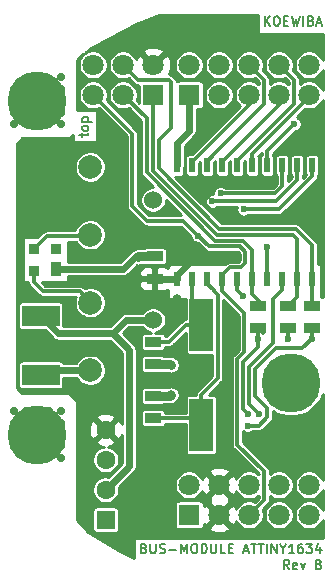
<source format=gbr>
G04 #@! TF.GenerationSoftware,KiCad,Pcbnew,5.0.0-fee4fd1~66~ubuntu16.04.1*
G04 #@! TF.CreationDate,2018-09-25T20:47:50+02:00*
G04 #@! TF.ProjectId,bus-module_attiny1634,6275732D6D6F64756C655F617474696E,B*
G04 #@! TF.SameCoordinates,Original*
G04 #@! TF.FileFunction,Copper,L1,Top,Signal*
G04 #@! TF.FilePolarity,Positive*
%FSLAX46Y46*%
G04 Gerber Fmt 4.6, Leading zero omitted, Abs format (unit mm)*
G04 Created by KiCad (PCBNEW 5.0.0-fee4fd1~66~ubuntu16.04.1) date Tue Sep 25 20:47:50 2018*
%MOMM*%
%LPD*%
G01*
G04 APERTURE LIST*
G04 #@! TA.AperFunction,NonConductor*
%ADD10C,0.150000*%
G04 #@! TD*
G04 #@! TA.AperFunction,SMDPad,CuDef*
%ADD11R,0.508000X1.270000*%
G04 #@! TD*
G04 #@! TA.AperFunction,SMDPad,CuDef*
%ADD12C,0.850000*%
G04 #@! TD*
G04 #@! TA.AperFunction,Conductor*
%ADD13C,0.100000*%
G04 #@! TD*
G04 #@! TA.AperFunction,SMDPad,CuDef*
%ADD14R,0.850000X0.850000*%
G04 #@! TD*
G04 #@! TA.AperFunction,SMDPad,CuDef*
%ADD15R,0.850000X1.200000*%
G04 #@! TD*
G04 #@! TA.AperFunction,SMDPad,CuDef*
%ADD16R,1.998980X4.500880*%
G04 #@! TD*
G04 #@! TA.AperFunction,SMDPad,CuDef*
%ADD17R,1.397000X0.889000*%
G04 #@! TD*
G04 #@! TA.AperFunction,SMDPad,CuDef*
%ADD18R,3.200400X1.780540*%
G04 #@! TD*
G04 #@! TA.AperFunction,ComponentPad*
%ADD19C,2.000000*%
G04 #@! TD*
G04 #@! TA.AperFunction,ComponentPad*
%ADD20C,5.000000*%
G04 #@! TD*
G04 #@! TA.AperFunction,ComponentPad*
%ADD21C,1.800000*%
G04 #@! TD*
G04 #@! TA.AperFunction,ComponentPad*
%ADD22R,1.800000X1.800000*%
G04 #@! TD*
G04 #@! TA.AperFunction,ComponentPad*
%ADD23C,1.600000*%
G04 #@! TD*
G04 #@! TA.AperFunction,ComponentPad*
%ADD24R,1.600000X1.600000*%
G04 #@! TD*
G04 #@! TA.AperFunction,ComponentPad*
%ADD25C,0.700000*%
G04 #@! TD*
G04 #@! TA.AperFunction,ComponentPad*
%ADD26C,1.524000*%
G04 #@! TD*
G04 #@! TA.AperFunction,ViaPad*
%ADD27C,0.800000*%
G04 #@! TD*
G04 #@! TA.AperFunction,ViaPad*
%ADD28C,0.600000*%
G04 #@! TD*
G04 #@! TA.AperFunction,Conductor*
%ADD29C,0.600000*%
G04 #@! TD*
G04 #@! TA.AperFunction,Conductor*
%ADD30C,0.800000*%
G04 #@! TD*
G04 #@! TA.AperFunction,Conductor*
%ADD31C,0.300000*%
G04 #@! TD*
G04 #@! TA.AperFunction,Conductor*
%ADD32C,0.250000*%
G04 #@! TD*
G04 APERTURE END LIST*
D10*
X101878047Y-77458904D02*
X101878047Y-76658904D01*
X102335190Y-77458904D02*
X101992333Y-77001761D01*
X102335190Y-76658904D02*
X101878047Y-77116047D01*
X102830428Y-76658904D02*
X102982809Y-76658904D01*
X103059000Y-76697000D01*
X103135190Y-76773190D01*
X103173285Y-76925571D01*
X103173285Y-77192238D01*
X103135190Y-77344619D01*
X103059000Y-77420809D01*
X102982809Y-77458904D01*
X102830428Y-77458904D01*
X102754238Y-77420809D01*
X102678047Y-77344619D01*
X102639952Y-77192238D01*
X102639952Y-76925571D01*
X102678047Y-76773190D01*
X102754238Y-76697000D01*
X102830428Y-76658904D01*
X103516142Y-77039857D02*
X103782809Y-77039857D01*
X103897095Y-77458904D02*
X103516142Y-77458904D01*
X103516142Y-76658904D01*
X103897095Y-76658904D01*
X104163761Y-76658904D02*
X104354238Y-77458904D01*
X104506619Y-76887476D01*
X104659000Y-77458904D01*
X104849476Y-76658904D01*
X105154238Y-77458904D02*
X105154238Y-76658904D01*
X105801857Y-77039857D02*
X105916142Y-77077952D01*
X105954238Y-77116047D01*
X105992333Y-77192238D01*
X105992333Y-77306523D01*
X105954238Y-77382714D01*
X105916142Y-77420809D01*
X105839952Y-77458904D01*
X105535190Y-77458904D01*
X105535190Y-76658904D01*
X105801857Y-76658904D01*
X105878047Y-76697000D01*
X105916142Y-76735095D01*
X105954238Y-76811285D01*
X105954238Y-76887476D01*
X105916142Y-76963666D01*
X105878047Y-77001761D01*
X105801857Y-77039857D01*
X105535190Y-77039857D01*
X106297095Y-77230333D02*
X106678047Y-77230333D01*
X106220904Y-77458904D02*
X106487571Y-76658904D01*
X106754238Y-77458904D01*
X91666595Y-121703857D02*
X91780880Y-121741952D01*
X91818976Y-121780047D01*
X91857071Y-121856238D01*
X91857071Y-121970523D01*
X91818976Y-122046714D01*
X91780880Y-122084809D01*
X91704690Y-122122904D01*
X91399928Y-122122904D01*
X91399928Y-121322904D01*
X91666595Y-121322904D01*
X91742785Y-121361000D01*
X91780880Y-121399095D01*
X91818976Y-121475285D01*
X91818976Y-121551476D01*
X91780880Y-121627666D01*
X91742785Y-121665761D01*
X91666595Y-121703857D01*
X91399928Y-121703857D01*
X92199928Y-121322904D02*
X92199928Y-121970523D01*
X92238023Y-122046714D01*
X92276119Y-122084809D01*
X92352309Y-122122904D01*
X92504690Y-122122904D01*
X92580880Y-122084809D01*
X92618976Y-122046714D01*
X92657071Y-121970523D01*
X92657071Y-121322904D01*
X92999928Y-122084809D02*
X93114214Y-122122904D01*
X93304690Y-122122904D01*
X93380880Y-122084809D01*
X93418976Y-122046714D01*
X93457071Y-121970523D01*
X93457071Y-121894333D01*
X93418976Y-121818142D01*
X93380880Y-121780047D01*
X93304690Y-121741952D01*
X93152309Y-121703857D01*
X93076119Y-121665761D01*
X93038023Y-121627666D01*
X92999928Y-121551476D01*
X92999928Y-121475285D01*
X93038023Y-121399095D01*
X93076119Y-121361000D01*
X93152309Y-121322904D01*
X93342785Y-121322904D01*
X93457071Y-121361000D01*
X93799928Y-121818142D02*
X94409452Y-121818142D01*
X94790404Y-122122904D02*
X94790404Y-121322904D01*
X95057071Y-121894333D01*
X95323738Y-121322904D01*
X95323738Y-122122904D01*
X95857071Y-121322904D02*
X96009452Y-121322904D01*
X96085642Y-121361000D01*
X96161833Y-121437190D01*
X96199928Y-121589571D01*
X96199928Y-121856238D01*
X96161833Y-122008619D01*
X96085642Y-122084809D01*
X96009452Y-122122904D01*
X95857071Y-122122904D01*
X95780880Y-122084809D01*
X95704690Y-122008619D01*
X95666595Y-121856238D01*
X95666595Y-121589571D01*
X95704690Y-121437190D01*
X95780880Y-121361000D01*
X95857071Y-121322904D01*
X96542785Y-122122904D02*
X96542785Y-121322904D01*
X96733261Y-121322904D01*
X96847547Y-121361000D01*
X96923738Y-121437190D01*
X96961833Y-121513380D01*
X96999928Y-121665761D01*
X96999928Y-121780047D01*
X96961833Y-121932428D01*
X96923738Y-122008619D01*
X96847547Y-122084809D01*
X96733261Y-122122904D01*
X96542785Y-122122904D01*
X97342785Y-121322904D02*
X97342785Y-121970523D01*
X97380880Y-122046714D01*
X97418976Y-122084809D01*
X97495166Y-122122904D01*
X97647547Y-122122904D01*
X97723738Y-122084809D01*
X97761833Y-122046714D01*
X97799928Y-121970523D01*
X97799928Y-121322904D01*
X98561833Y-122122904D02*
X98180880Y-122122904D01*
X98180880Y-121322904D01*
X98828499Y-121703857D02*
X99095166Y-121703857D01*
X99209452Y-122122904D02*
X98828499Y-122122904D01*
X98828499Y-121322904D01*
X99209452Y-121322904D01*
X100123738Y-121894333D02*
X100504690Y-121894333D01*
X100047547Y-122122904D02*
X100314214Y-121322904D01*
X100580880Y-122122904D01*
X100733261Y-121322904D02*
X101190404Y-121322904D01*
X100961833Y-122122904D02*
X100961833Y-121322904D01*
X101342785Y-121322904D02*
X101799928Y-121322904D01*
X101571357Y-122122904D02*
X101571357Y-121322904D01*
X102066595Y-122122904D02*
X102066595Y-121322904D01*
X102447547Y-122122904D02*
X102447547Y-121322904D01*
X102904690Y-122122904D01*
X102904690Y-121322904D01*
X103438023Y-121741952D02*
X103438023Y-122122904D01*
X103171357Y-121322904D02*
X103438023Y-121741952D01*
X103704690Y-121322904D01*
X104390404Y-122122904D02*
X103933261Y-122122904D01*
X104161833Y-122122904D02*
X104161833Y-121322904D01*
X104085642Y-121437190D01*
X104009452Y-121513380D01*
X103933261Y-121551476D01*
X105076119Y-121322904D02*
X104923738Y-121322904D01*
X104847547Y-121361000D01*
X104809452Y-121399095D01*
X104733261Y-121513380D01*
X104695166Y-121665761D01*
X104695166Y-121970523D01*
X104733261Y-122046714D01*
X104771357Y-122084809D01*
X104847547Y-122122904D01*
X104999928Y-122122904D01*
X105076119Y-122084809D01*
X105114214Y-122046714D01*
X105152309Y-121970523D01*
X105152309Y-121780047D01*
X105114214Y-121703857D01*
X105076119Y-121665761D01*
X104999928Y-121627666D01*
X104847547Y-121627666D01*
X104771357Y-121665761D01*
X104733261Y-121703857D01*
X104695166Y-121780047D01*
X105418976Y-121322904D02*
X105914214Y-121322904D01*
X105647547Y-121627666D01*
X105761833Y-121627666D01*
X105838023Y-121665761D01*
X105876119Y-121703857D01*
X105914214Y-121780047D01*
X105914214Y-121970523D01*
X105876119Y-122046714D01*
X105838023Y-122084809D01*
X105761833Y-122122904D01*
X105533261Y-122122904D01*
X105457071Y-122084809D01*
X105418976Y-122046714D01*
X106599928Y-121589571D02*
X106599928Y-122122904D01*
X106409452Y-121284809D02*
X106218976Y-121856238D01*
X106714214Y-121856238D01*
X103971357Y-123472904D02*
X103704690Y-123091952D01*
X103514214Y-123472904D02*
X103514214Y-122672904D01*
X103818976Y-122672904D01*
X103895166Y-122711000D01*
X103933261Y-122749095D01*
X103971357Y-122825285D01*
X103971357Y-122939571D01*
X103933261Y-123015761D01*
X103895166Y-123053857D01*
X103818976Y-123091952D01*
X103514214Y-123091952D01*
X104618976Y-123434809D02*
X104542785Y-123472904D01*
X104390404Y-123472904D01*
X104314214Y-123434809D01*
X104276119Y-123358619D01*
X104276119Y-123053857D01*
X104314214Y-122977666D01*
X104390404Y-122939571D01*
X104542785Y-122939571D01*
X104618976Y-122977666D01*
X104657071Y-123053857D01*
X104657071Y-123130047D01*
X104276119Y-123206238D01*
X104923738Y-122939571D02*
X105114214Y-123472904D01*
X105304690Y-122939571D01*
X106485642Y-123053857D02*
X106599928Y-123091952D01*
X106638023Y-123130047D01*
X106676119Y-123206238D01*
X106676119Y-123320523D01*
X106638023Y-123396714D01*
X106599928Y-123434809D01*
X106523738Y-123472904D01*
X106218976Y-123472904D01*
X106218976Y-122672904D01*
X106485642Y-122672904D01*
X106561833Y-122711000D01*
X106599928Y-122749095D01*
X106638023Y-122825285D01*
X106638023Y-122901476D01*
X106599928Y-122977666D01*
X106561833Y-123015761D01*
X106485642Y-123053857D01*
X106218976Y-123053857D01*
X86434571Y-86863190D02*
X86434571Y-86558428D01*
X86167904Y-86748904D02*
X86853619Y-86748904D01*
X86929809Y-86710809D01*
X86967904Y-86634619D01*
X86967904Y-86558428D01*
X86967904Y-86177476D02*
X86929809Y-86253666D01*
X86891714Y-86291761D01*
X86815523Y-86329857D01*
X86586952Y-86329857D01*
X86510761Y-86291761D01*
X86472666Y-86253666D01*
X86434571Y-86177476D01*
X86434571Y-86063190D01*
X86472666Y-85987000D01*
X86510761Y-85948904D01*
X86586952Y-85910809D01*
X86815523Y-85910809D01*
X86891714Y-85948904D01*
X86929809Y-85987000D01*
X86967904Y-86063190D01*
X86967904Y-86177476D01*
X86434571Y-85567952D02*
X87234571Y-85567952D01*
X86472666Y-85567952D02*
X86434571Y-85491761D01*
X86434571Y-85339380D01*
X86472666Y-85263190D01*
X86510761Y-85225095D01*
X86586952Y-85187000D01*
X86815523Y-85187000D01*
X86891714Y-85225095D01*
X86929809Y-85263190D01*
X86967904Y-85339380D01*
X86967904Y-85491761D01*
X86929809Y-85567952D01*
D11*
G04 #@! TO.P,U3,10*
G04 #@! TO.N,GND*
X94480000Y-89289000D03*
G04 #@! TO.P,U3,9*
G04 #@! TO.N,/PA0_AREF*
X95750000Y-89289000D03*
G04 #@! TO.P,U3,8*
G04 #@! TO.N,/PA1*
X97020000Y-89289000D03*
G04 #@! TO.P,U3,7*
G04 #@! TO.N,/PA2*
X98290000Y-89289000D03*
G04 #@! TO.P,U3,6*
G04 #@! TO.N,/PA3*
X99560000Y-89289000D03*
G04 #@! TO.P,U3,5*
G04 #@! TO.N,/PA4*
X100830000Y-89289000D03*
G04 #@! TO.P,U3,4*
G04 #@! TO.N,/PA5*
X102100000Y-89289000D03*
G04 #@! TO.P,U3,3*
G04 #@! TO.N,/TXDEN*
X103370000Y-89289000D03*
G04 #@! TO.P,U3,2*
G04 #@! TO.N,/RXD*
X104640000Y-89289000D03*
G04 #@! TO.P,U3,1*
G04 #@! TO.N,/TXD*
X105910000Y-89289000D03*
G04 #@! TO.P,U3,20*
G04 #@! TO.N,/PB1_MISO*
X105910000Y-98941000D03*
G04 #@! TO.P,U3,19*
G04 #@! TO.N,/PB2_MOSI*
X104640000Y-98941000D03*
G04 #@! TO.P,U3,18*
G04 #@! TO.N,/PB3*
X103370000Y-98941000D03*
G04 #@! TO.P,U3,17*
G04 #@! TO.N,//CSEEP*
X102100000Y-98941000D03*
G04 #@! TO.P,U3,16*
G04 #@! TO.N,/PC1_SCK*
X100830000Y-98941000D03*
G04 #@! TO.P,U3,15*
G04 #@! TO.N,/PC2_INT0*
X99560000Y-98941000D03*
G04 #@! TO.P,U3,14*
G04 #@! TO.N,//RESET*
X98290000Y-98941000D03*
G04 #@! TO.P,U3,13*
G04 #@! TO.N,Net-(C3-Pad1)*
X97020000Y-98941000D03*
G04 #@! TO.P,U3,12*
G04 #@! TO.N,Net-(C2-Pad1)*
X95750000Y-98941000D03*
G04 #@! TO.P,U3,11*
G04 #@! TO.N,VCC*
X94480000Y-98941000D03*
G04 #@! TD*
D12*
G04 #@! TO.P,D2,4*
G04 #@! TO.N,/A*
X82354000Y-98240000D03*
D13*
G04 #@! TD*
G04 #@! TO.N,/A*
G04 #@! TO.C,D2*
G36*
X82779000Y-98665000D02*
X81929000Y-98665000D01*
X81929000Y-97815000D01*
X82779000Y-97815000D01*
X82779000Y-98665000D01*
X82779000Y-98665000D01*
G37*
D14*
G04 #@! TO.P,D2,3*
G04 #@! TO.N,/B*
X82354000Y-96340000D03*
G04 #@! TO.P,D2,2*
G04 #@! TO.N,N/C*
X84254000Y-96340000D03*
D15*
G04 #@! TO.P,D2,1*
G04 #@! TO.N,GND*
X84254000Y-98059620D03*
G04 #@! TD*
D16*
G04 #@! TO.P,U1,2*
G04 #@! TO.N,Net-(C3-Pad1)*
X96512000Y-111260000D03*
G04 #@! TO.P,U1,1*
G04 #@! TO.N,Net-(C2-Pad1)*
X96512000Y-102761160D03*
G04 #@! TD*
D17*
G04 #@! TO.P,R2,2*
G04 #@! TO.N,/MISO*
X105910000Y-103068500D03*
G04 #@! TO.P,R2,1*
G04 #@! TO.N,/PB1_MISO*
X105910000Y-101163500D03*
G04 #@! TD*
G04 #@! TO.P,R3,2*
G04 #@! TO.N,/MOSI*
X103878000Y-103068500D03*
G04 #@! TO.P,R3,1*
G04 #@! TO.N,/PB2_MOSI*
X103878000Y-101163500D03*
G04 #@! TD*
G04 #@! TO.P,R4,2*
G04 #@! TO.N,/SCK*
X101338000Y-103068500D03*
G04 #@! TO.P,R4,1*
G04 #@! TO.N,/PC1_SCK*
X101338000Y-101163500D03*
G04 #@! TD*
G04 #@! TO.P,C5,2*
G04 #@! TO.N,GND*
X92575000Y-96972500D03*
G04 #@! TO.P,C5,1*
G04 #@! TO.N,VCC*
X92575000Y-98877500D03*
G04 #@! TD*
D18*
G04 #@! TO.P,F1,2*
G04 #@! TO.N,+24V*
X82923000Y-107018200D03*
G04 #@! TO.P,F1,1*
G04 #@! TO.N,Net-(F1-Pad1)*
X82923000Y-102014400D03*
G04 #@! TD*
D17*
G04 #@! TO.P,C2,2*
G04 #@! TO.N,GND*
X92448000Y-106116500D03*
G04 #@! TO.P,C2,1*
G04 #@! TO.N,Net-(C2-Pad1)*
X92448000Y-104211500D03*
G04 #@! TD*
G04 #@! TO.P,C3,2*
G04 #@! TO.N,GND*
X92448000Y-108783500D03*
G04 #@! TO.P,C3,1*
G04 #@! TO.N,Net-(C3-Pad1)*
X92448000Y-110688500D03*
G04 #@! TD*
D19*
G04 #@! TO.P,J6,1*
G04 #@! TO.N,/B*
X87114000Y-95156400D03*
G04 #@! TD*
G04 #@! TO.P,J5,1*
G04 #@! TO.N,/A*
X87120200Y-100896800D03*
G04 #@! TD*
G04 #@! TO.P,J4,1*
G04 #@! TO.N,+24V*
X87114000Y-106637200D03*
G04 #@! TD*
G04 #@! TO.P,J7,1*
G04 #@! TO.N,GND*
X87114000Y-89416000D03*
G04 #@! TD*
D20*
G04 #@! TO.P,HOLE_2.5mm,2*
G04 #@! TO.N,N/C*
X82650000Y-112070000D03*
G04 #@! TD*
G04 #@! TO.P,HOLE_2.5mm,2*
G04 #@! TO.N,N/C*
X82650000Y-83820000D03*
G04 #@! TD*
D21*
G04 #@! TO.P,J3,6*
G04 #@! TO.N,GND*
X87368000Y-80780000D03*
G04 #@! TO.P,J3,5*
G04 #@! TO.N,//RESET*
X87368000Y-83320000D03*
G04 #@! TO.P,J3,4*
G04 #@! TO.N,/PB1_MISO*
X89908000Y-80780000D03*
G04 #@! TO.P,J3,3*
G04 #@! TO.N,/PC1_SCK*
X89908000Y-83320000D03*
G04 #@! TO.P,J3,2*
G04 #@! TO.N,VCC*
X92448000Y-80780000D03*
D22*
G04 #@! TO.P,J3,1*
G04 #@! TO.N,/PB2_MOSI*
X92448000Y-83320000D03*
G04 #@! TD*
D20*
G04 #@! TO.P,H1,2*
G04 #@! TO.N,N/C*
X104132000Y-107704000D03*
G04 #@! TD*
D21*
G04 #@! TO.P,J2,10*
G04 #@! TO.N,/SCK*
X105656000Y-116340000D03*
G04 #@! TO.P,J2,9*
G04 #@! TO.N,/PB3*
X105656000Y-118880000D03*
G04 #@! TO.P,J2,8*
G04 #@! TO.N,/MOSI*
X103116000Y-116340000D03*
G04 #@! TO.P,J2,7*
G04 #@! TO.N,/MISO*
X103116000Y-118880000D03*
G04 #@! TO.P,J2,6*
G04 #@! TO.N,/PC2_INT0*
X100576000Y-116340000D03*
G04 #@! TO.P,J2,5*
G04 #@! TO.N,//RESET*
X100576000Y-118880000D03*
G04 #@! TO.P,J2,4*
G04 #@! TO.N,VCC*
X98036000Y-116340000D03*
G04 #@! TO.P,J2,3*
X98036000Y-118880000D03*
G04 #@! TO.P,J2,2*
G04 #@! TO.N,GND*
X95496000Y-116340000D03*
D22*
G04 #@! TO.P,J2,1*
X95496000Y-118880000D03*
G04 #@! TD*
D21*
G04 #@! TO.P,J1,10*
G04 #@! TO.N,/PA5*
X105656000Y-80780000D03*
G04 #@! TO.P,J1,9*
G04 #@! TO.N,/PA4*
X105656000Y-83320000D03*
G04 #@! TO.P,J1,8*
G04 #@! TO.N,/PA3*
X103116000Y-80780000D03*
G04 #@! TO.P,J1,7*
G04 #@! TO.N,/PA2*
X103116000Y-83320000D03*
G04 #@! TO.P,J1,6*
G04 #@! TO.N,/PA1*
X100576000Y-80780000D03*
G04 #@! TO.P,J1,5*
G04 #@! TO.N,/PA0_AREF*
X100576000Y-83320000D03*
G04 #@! TO.P,J1,4*
G04 #@! TO.N,+24V*
X98036000Y-80780000D03*
G04 #@! TO.P,J1,3*
X98036000Y-83320000D03*
G04 #@! TO.P,J1,2*
G04 #@! TO.N,GND*
X95496000Y-80780000D03*
D22*
G04 #@! TO.P,J1,1*
X95496000Y-83320000D03*
G04 #@! TD*
D23*
G04 #@! TO.P,U5,4*
G04 #@! TO.N,VCC*
X88434800Y-111666400D03*
G04 #@! TO.P,U5,3*
G04 #@! TO.N,GND*
X88434800Y-114206400D03*
G04 #@! TO.P,U5,2*
G04 #@! TO.N,Net-(F1-Pad1)*
X88434800Y-116746400D03*
D24*
G04 #@! TO.P,U5,1*
G04 #@! TO.N,GND*
X88434800Y-119286400D03*
G04 #@! TD*
D25*
G04 #@! TO.P,REF\002A\002A,1*
G04 #@! TO.N,N/C*
X80650000Y-85820000D03*
X81650000Y-85820000D03*
X84650000Y-85820000D03*
X83650000Y-85820000D03*
X82650000Y-85820000D03*
G04 #@! TD*
G04 #@! TO.P,REF\002A\002A,1*
G04 #@! TO.N,N/C*
X84650000Y-110070000D03*
X83650000Y-110070000D03*
X80650000Y-110070000D03*
X81650000Y-110070000D03*
X82650000Y-110070000D03*
G04 #@! TD*
G04 #@! TO.P,REF\002A\002A,1*
G04 #@! TO.N,N/C*
X84650000Y-84820000D03*
X84650000Y-83820000D03*
X84650000Y-81820000D03*
X84650000Y-82820000D03*
G04 #@! TD*
G04 #@! TO.P,REF\002A\002A,1*
G04 #@! TO.N,N/C*
X84650000Y-114070000D03*
X84650000Y-113070000D03*
X84650000Y-111070000D03*
X84650000Y-112070000D03*
G04 #@! TD*
D26*
G04 #@! TO.P,R7,1*
G04 #@! TO.N,Net-(F1-Pad1)*
X92448000Y-102370000D03*
G04 #@! TO.P,R7,2*
G04 #@! TO.N,GND*
X92448000Y-92210000D03*
G04 #@! TD*
D27*
G04 #@! TO.N,GND*
X91178000Y-97036000D03*
X93972000Y-108720000D03*
X93972000Y-106180000D03*
D28*
G04 #@! TO.N,/PA5*
X104386002Y-85796500D03*
G04 #@! TO.N,/PB3*
X101401502Y-110307500D03*
G04 #@! TO.N,/MOSI*
X103878000Y-103957500D03*
G04 #@! TO.N,/MISO*
X100468967Y-111319722D03*
X105910000Y-103957500D03*
G04 #@! TO.N,/SCK*
X100512500Y-110371000D03*
X101338000Y-104021000D03*
G04 #@! TO.N,//RESET*
X96258000Y-95258000D03*
G04 #@! TO.N,/PC2_INT0*
X100075919Y-100369780D03*
G04 #@! TO.N,//CSEEP*
X102100000Y-96154031D03*
G04 #@! TO.N,/TXD*
X100108947Y-93008640D03*
G04 #@! TO.N,/RXD*
X97464500Y-92337002D03*
G04 #@! TO.N,/TXDEN*
X98163000Y-91638500D03*
D27*
G04 #@! TO.N,VCC*
X94480000Y-100592000D03*
X104640000Y-87384000D03*
X97147000Y-86304500D03*
X99496500Y-97163000D03*
X99406980Y-104285959D03*
G04 #@! TD*
D29*
G04 #@! TO.N,GND*
X94480000Y-89289000D02*
X94480000Y-87384000D01*
X95496000Y-86368000D02*
X95496000Y-83320000D01*
X94480000Y-87384000D02*
X95496000Y-86368000D01*
X84254000Y-98059620D02*
X86352000Y-98059620D01*
X86352000Y-98059620D02*
X86352000Y-98052000D01*
X86352000Y-98052000D02*
X89908000Y-98052000D01*
X89908000Y-98052000D02*
X90924000Y-97036000D01*
X90924000Y-97036000D02*
X92575000Y-97036000D01*
X92575000Y-97036000D02*
X92575000Y-96972500D01*
D30*
X92575000Y-96972500D02*
X91241500Y-96972500D01*
X91241500Y-96972500D02*
X91178000Y-97036000D01*
X92448000Y-108783500D02*
X93908500Y-108783500D01*
X93908500Y-108783500D02*
X93972000Y-108720000D01*
X92448000Y-106116500D02*
X93908500Y-106116500D01*
X93908500Y-106116500D02*
X93972000Y-106180000D01*
D31*
G04 #@! TO.N,/PB3*
X103370000Y-98941000D02*
X103370000Y-99322000D01*
G04 #@! TO.N,*
X102386501Y-106341497D02*
X102031999Y-106695999D01*
G04 #@! TO.N,/PA1*
X97020000Y-88971500D02*
X97020000Y-89289000D01*
X97635999Y-88355501D02*
X97020000Y-88971500D01*
X100576000Y-80780000D02*
X101846000Y-82050000D01*
X101846000Y-82050000D02*
X101846000Y-84123998D01*
X101846000Y-84123998D02*
X97635999Y-88333999D01*
X97635999Y-88333999D02*
X97635999Y-88355501D01*
G04 #@! TO.N,/PA2*
X98290000Y-88971500D02*
X98290000Y-89289000D01*
X103116000Y-84145500D02*
X98290000Y-88971500D01*
X103116000Y-83320000D02*
X103116000Y-84145500D01*
G04 #@! TO.N,/PA3*
X99560000Y-88908000D02*
X99560000Y-89289000D01*
X104386000Y-84082000D02*
X99560000Y-88908000D01*
X104386000Y-82050000D02*
X104386000Y-84082000D01*
X103116000Y-80780000D02*
X104386000Y-82050000D01*
G04 #@! TO.N,/PA4*
X100830000Y-88345122D02*
X100830000Y-89289000D01*
X105656000Y-83519122D02*
X100830000Y-88345122D01*
X105656000Y-83320000D02*
X105656000Y-83519122D01*
G04 #@! TO.N,/PA5*
X102100000Y-88082502D02*
X104386002Y-85796500D01*
X102100000Y-89289000D02*
X102100000Y-88082502D01*
G04 #@! TO.N,/PB3*
X102608000Y-104329878D02*
X100583989Y-106353889D01*
X100583989Y-109489987D02*
X101401502Y-110307500D01*
X100583989Y-106353889D02*
X100583989Y-109489987D01*
X102608000Y-100638000D02*
X102608000Y-104329878D01*
X103370000Y-98941000D02*
X103370000Y-99876000D01*
X103370000Y-99876000D02*
X102608000Y-100638000D01*
G04 #@! TO.N,/MOSI*
X103878000Y-103068500D02*
X103878000Y-103957500D01*
G04 #@! TO.N,/MISO*
X105910000Y-103068500D02*
X105910000Y-103957500D01*
X105084500Y-104783000D02*
X105910000Y-103957500D01*
X102862000Y-104783000D02*
X105084500Y-104783000D01*
X101084000Y-106561000D02*
X102862000Y-104783000D01*
X100468967Y-111319722D02*
X101405278Y-111319722D01*
X101405278Y-111319722D02*
X102100000Y-110625000D01*
X102100000Y-110625000D02*
X102100000Y-109799500D01*
X101084000Y-108783500D02*
X101084000Y-106561000D01*
X102100000Y-109799500D02*
X101084000Y-108783500D01*
G04 #@! TO.N,/SCK*
X101705285Y-103209215D02*
X101705285Y-103481644D01*
X101846000Y-103068500D02*
X101705285Y-103209215D01*
X100083978Y-109942478D02*
X100512500Y-110371000D01*
X101338000Y-104647378D02*
X100083978Y-105901400D01*
X100083978Y-105901400D02*
X100083978Y-109942478D01*
X101338000Y-103068500D02*
X101338000Y-104021000D01*
X101338000Y-104021000D02*
X101338000Y-104647378D01*
D29*
G04 #@! TO.N,+24V*
X87114000Y-106637200D02*
X82923000Y-106637200D01*
D31*
X82923000Y-106637200D02*
X82923000Y-107018200D01*
G04 #@! TO.N,//RESET*
X96258000Y-95258000D02*
X94988000Y-93988000D01*
X94988000Y-93988000D02*
X91940000Y-93988000D01*
X91940000Y-93988000D02*
X90670000Y-92718000D01*
X90670000Y-86622000D02*
X87368000Y-83320000D01*
X90670000Y-92718000D02*
X90670000Y-86622000D01*
X99583969Y-112934969D02*
X101846000Y-115197000D01*
X100156990Y-101819096D02*
X100156990Y-105121266D01*
X101846000Y-115197000D02*
X101846000Y-117610000D01*
X101846000Y-117610000D02*
X100576000Y-118880000D01*
X98290000Y-99952106D02*
X100156990Y-101819096D01*
X100156990Y-105121266D02*
X99583969Y-105694287D01*
X98290000Y-98941000D02*
X98290000Y-99952106D01*
X99583969Y-105694287D02*
X99583969Y-112934969D01*
X97147000Y-96147000D02*
X96258000Y-95258000D01*
X99814000Y-96147000D02*
X97147000Y-96147000D01*
X100246506Y-96579506D02*
X99814000Y-96147000D01*
X99856502Y-97913002D02*
X100246506Y-97522998D01*
X98290000Y-98560000D02*
X98936998Y-97913002D01*
X100246506Y-97522998D02*
X100246506Y-96579506D01*
X98936998Y-97913002D02*
X99856502Y-97913002D01*
X98290000Y-98941000D02*
X98290000Y-98560000D01*
G04 #@! TO.N,Net-(C2-Pad1)*
X95750000Y-98941000D02*
X95750000Y-101999160D01*
X95212510Y-102761160D02*
X93762170Y-104211500D01*
X93762170Y-104211500D02*
X92448000Y-104211500D01*
X96512000Y-102761160D02*
X95212510Y-102761160D01*
X95750000Y-101999160D02*
X96512000Y-102761160D01*
G04 #@! TO.N,/PA0_AREF*
X100576000Y-83320000D02*
X100576000Y-84162460D01*
X100576000Y-84162460D02*
X95750000Y-88988460D01*
X95750000Y-88988460D02*
X95750000Y-89289000D01*
G04 #@! TO.N,/PC2_INT0*
X99560000Y-98941000D02*
X99560000Y-99876000D01*
X100053780Y-100369780D02*
X100075919Y-100369780D01*
X99560000Y-99876000D02*
X100053780Y-100369780D01*
G04 #@! TO.N,/PB2_MOSI*
X104640000Y-100401500D02*
X104640000Y-98941000D01*
X103878000Y-101163500D02*
X104640000Y-100401500D01*
X92448000Y-83320000D02*
X92448000Y-89742122D01*
X97852856Y-95146978D02*
X104282967Y-95146978D01*
X92448000Y-89742122D02*
X97852856Y-95146978D01*
X104282967Y-95146978D02*
X104640000Y-95504011D01*
X104640000Y-95504011D02*
X104640000Y-98006000D01*
X104640000Y-98006000D02*
X104640000Y-98941000D01*
G04 #@! TO.N,/PC1_SCK*
X100830000Y-100147500D02*
X100830000Y-98941000D01*
X101846000Y-101163500D02*
X100830000Y-100147500D01*
X91884118Y-85296118D02*
X91884118Y-89885362D01*
X100021111Y-95646989D02*
X100830000Y-96455878D01*
X91884118Y-89885362D02*
X97645745Y-95646989D01*
X100830000Y-96455878D02*
X100830000Y-98006000D01*
X100830000Y-98006000D02*
X100830000Y-98941000D01*
X89908000Y-83320000D02*
X91884118Y-85296118D01*
X97645745Y-95646989D02*
X100021111Y-95646989D01*
G04 #@! TO.N,/PB1_MISO*
X105910000Y-101163500D02*
X105910000Y-98941000D01*
X93972000Y-82240500D02*
X93972000Y-86114000D01*
X89908000Y-80780000D02*
X91178000Y-82050000D01*
X98059968Y-94646968D02*
X104536968Y-94646968D01*
X93781500Y-82050000D02*
X93972000Y-82240500D01*
X104536968Y-94646968D02*
X105910000Y-96020000D01*
X92956000Y-89543000D02*
X98059968Y-94646968D01*
X105910000Y-98006000D02*
X105910000Y-98941000D01*
X93972000Y-86114000D02*
X92956000Y-87130000D01*
X92956000Y-87130000D02*
X92956000Y-89543000D01*
X105910000Y-96020000D02*
X105910000Y-98006000D01*
X91178000Y-82050000D02*
X93781500Y-82050000D01*
G04 #@! TO.N,//CSEEP*
X102100000Y-98941000D02*
X102100000Y-96154031D01*
G04 #@! TO.N,/TXD*
X103125360Y-93008640D02*
X100533211Y-93008640D01*
X105910000Y-90224000D02*
X103125360Y-93008640D01*
X105910000Y-89289000D02*
X105910000Y-90224000D01*
X100533211Y-93008640D02*
X100108947Y-93008640D01*
G04 #@! TO.N,/RXD*
X104640000Y-89289000D02*
X104640000Y-90504122D01*
X102807120Y-92337002D02*
X97888764Y-92337002D01*
X97888764Y-92337002D02*
X97464500Y-92337002D01*
X104640000Y-90504122D02*
X102807120Y-92337002D01*
G04 #@! TO.N,/TXDEN*
X102798500Y-91638500D02*
X98163000Y-91638500D01*
X103370000Y-89289000D02*
X103370000Y-91067000D01*
X103370000Y-91067000D02*
X102798500Y-91638500D01*
G04 #@! TO.N,Net-(C3-Pad1)*
X97574000Y-99943228D02*
X97574000Y-99876000D01*
X96512000Y-111260000D02*
X96512000Y-108709560D01*
X96512000Y-108709560D02*
X97911491Y-107310069D01*
X97911491Y-107310069D02*
X97911491Y-100280719D01*
X97911491Y-100280719D02*
X97574000Y-99943228D01*
X97574000Y-99876000D02*
X97020000Y-99322000D01*
X97020000Y-99322000D02*
X97020000Y-98941000D01*
X92448000Y-110688500D02*
X95940500Y-110688500D01*
X95940500Y-110688500D02*
X96512000Y-111260000D01*
G04 #@! TO.N,/A*
X82354000Y-98240000D02*
X82354000Y-99195000D01*
X86225000Y-99957000D02*
X87120200Y-100852200D01*
X83116000Y-99957000D02*
X86225000Y-99957000D01*
X82354000Y-99195000D02*
X83116000Y-99957000D01*
X87120200Y-100852200D02*
X87120200Y-100896800D01*
X86407800Y-100896800D02*
X87120200Y-100896800D01*
X87120200Y-100968000D02*
X87120200Y-100896800D01*
G04 #@! TO.N,/B*
X82354000Y-96340000D02*
X83436000Y-95258000D01*
X83436000Y-95258000D02*
X87114000Y-95258000D01*
X87114000Y-95258000D02*
X87114000Y-95156400D01*
X87114000Y-95136000D02*
X87114000Y-95156400D01*
D29*
G04 #@! TO.N,Net-(F1-Pad1)*
X88434800Y-116746400D02*
X90416000Y-114765200D01*
X90416000Y-104910000D02*
X89019000Y-103513000D01*
X90416000Y-114765200D02*
X90416000Y-104910000D01*
X82923000Y-102014400D02*
X84421600Y-103513000D01*
X90162000Y-102370000D02*
X92448000Y-102370000D01*
X89019000Y-103513000D02*
X90162000Y-102370000D01*
X84421600Y-103513000D02*
X89019000Y-103513000D01*
G04 #@! TO.N,VCC*
X94480000Y-98941000D02*
X92575000Y-98941000D01*
X92575000Y-98941000D02*
X92575000Y-98877500D01*
X94480000Y-98560000D02*
X95877000Y-97163000D01*
X94480000Y-98941000D02*
X94480000Y-98560000D01*
G04 #@! TD*
D32*
G04 #@! TO.N,VCC*
G36*
X101287572Y-78158500D02*
X106801000Y-78158500D01*
X106801000Y-80343195D01*
X106741581Y-80199745D01*
X106607519Y-79999108D01*
X106436892Y-79828481D01*
X106236255Y-79694419D01*
X106013319Y-79602076D01*
X105776652Y-79555000D01*
X105535348Y-79555000D01*
X105298681Y-79602076D01*
X105075745Y-79694419D01*
X104875108Y-79828481D01*
X104704481Y-79999108D01*
X104570419Y-80199745D01*
X104478076Y-80422681D01*
X104431000Y-80659348D01*
X104431000Y-80900652D01*
X104478076Y-81137319D01*
X104570419Y-81360255D01*
X104704481Y-81560892D01*
X104875108Y-81731519D01*
X105075745Y-81865581D01*
X105298681Y-81957924D01*
X105535348Y-82005000D01*
X105776652Y-82005000D01*
X106013319Y-81957924D01*
X106236255Y-81865581D01*
X106436892Y-81731519D01*
X106607519Y-81560892D01*
X106741581Y-81360255D01*
X106801000Y-81216805D01*
X106801000Y-82883195D01*
X106741581Y-82739745D01*
X106607519Y-82539108D01*
X106436892Y-82368481D01*
X106236255Y-82234419D01*
X106013319Y-82142076D01*
X105776652Y-82095000D01*
X105535348Y-82095000D01*
X105298681Y-82142076D01*
X105075745Y-82234419D01*
X104875108Y-82368481D01*
X104861000Y-82382589D01*
X104861000Y-82073331D01*
X104863298Y-82049999D01*
X104854127Y-81956883D01*
X104837781Y-81902999D01*
X104826966Y-81867346D01*
X104782859Y-81784827D01*
X104723501Y-81712499D01*
X104705371Y-81697620D01*
X104250326Y-81242575D01*
X104293924Y-81137319D01*
X104341000Y-80900652D01*
X104341000Y-80659348D01*
X104293924Y-80422681D01*
X104201581Y-80199745D01*
X104067519Y-79999108D01*
X103896892Y-79828481D01*
X103696255Y-79694419D01*
X103473319Y-79602076D01*
X103236652Y-79555000D01*
X102995348Y-79555000D01*
X102758681Y-79602076D01*
X102535745Y-79694419D01*
X102335108Y-79828481D01*
X102164481Y-79999108D01*
X102030419Y-80199745D01*
X101938076Y-80422681D01*
X101891000Y-80659348D01*
X101891000Y-80900652D01*
X101938076Y-81137319D01*
X102030419Y-81360255D01*
X102164481Y-81560892D01*
X102335108Y-81731519D01*
X102535745Y-81865581D01*
X102758681Y-81957924D01*
X102995348Y-82005000D01*
X103236652Y-82005000D01*
X103473319Y-81957924D01*
X103578575Y-81914326D01*
X103911000Y-82246751D01*
X103911000Y-82382589D01*
X103896892Y-82368481D01*
X103696255Y-82234419D01*
X103473319Y-82142076D01*
X103236652Y-82095000D01*
X102995348Y-82095000D01*
X102758681Y-82142076D01*
X102535745Y-82234419D01*
X102335108Y-82368481D01*
X102321000Y-82382589D01*
X102321000Y-82073331D01*
X102323298Y-82049999D01*
X102314127Y-81956883D01*
X102297781Y-81902999D01*
X102286966Y-81867346D01*
X102242859Y-81784827D01*
X102183501Y-81712499D01*
X102165371Y-81697620D01*
X101710326Y-81242575D01*
X101753924Y-81137319D01*
X101801000Y-80900652D01*
X101801000Y-80659348D01*
X101753924Y-80422681D01*
X101661581Y-80199745D01*
X101527519Y-79999108D01*
X101356892Y-79828481D01*
X101156255Y-79694419D01*
X100933319Y-79602076D01*
X100696652Y-79555000D01*
X100455348Y-79555000D01*
X100218681Y-79602076D01*
X99995745Y-79694419D01*
X99795108Y-79828481D01*
X99624481Y-79999108D01*
X99490419Y-80199745D01*
X99398076Y-80422681D01*
X99351000Y-80659348D01*
X99351000Y-80900652D01*
X99398076Y-81137319D01*
X99490419Y-81360255D01*
X99624481Y-81560892D01*
X99795108Y-81731519D01*
X99995745Y-81865581D01*
X100218681Y-81957924D01*
X100455348Y-82005000D01*
X100696652Y-82005000D01*
X100933319Y-81957924D01*
X101038575Y-81914326D01*
X101371000Y-82246751D01*
X101371000Y-82382589D01*
X101356892Y-82368481D01*
X101156255Y-82234419D01*
X100933319Y-82142076D01*
X100696652Y-82095000D01*
X100455348Y-82095000D01*
X100218681Y-82142076D01*
X99995745Y-82234419D01*
X99795108Y-82368481D01*
X99624481Y-82539108D01*
X99490419Y-82739745D01*
X99398076Y-82962681D01*
X99351000Y-83199348D01*
X99351000Y-83440652D01*
X99398076Y-83677319D01*
X99490419Y-83900255D01*
X99624481Y-84100892D01*
X99795108Y-84271519D01*
X99795157Y-84271552D01*
X95739282Y-88327428D01*
X95496000Y-88327428D01*
X95432289Y-88333703D01*
X95371026Y-88352287D01*
X95314566Y-88382465D01*
X95265079Y-88423079D01*
X95224465Y-88472566D01*
X95194287Y-88529026D01*
X95175703Y-88590289D01*
X95169428Y-88654000D01*
X95169428Y-89924000D01*
X95175703Y-89987711D01*
X95194287Y-90048974D01*
X95224465Y-90105434D01*
X95265079Y-90154921D01*
X95314566Y-90195535D01*
X95371026Y-90225713D01*
X95432289Y-90244297D01*
X95496000Y-90250572D01*
X96004000Y-90250572D01*
X96067711Y-90244297D01*
X96128974Y-90225713D01*
X96185434Y-90195535D01*
X96234921Y-90154921D01*
X96275535Y-90105434D01*
X96305713Y-90048974D01*
X96324297Y-89987711D01*
X96330572Y-89924000D01*
X96330572Y-89079638D01*
X96439428Y-88970782D01*
X96439428Y-89924000D01*
X96445703Y-89987711D01*
X96464287Y-90048974D01*
X96494465Y-90105434D01*
X96535079Y-90154921D01*
X96584566Y-90195535D01*
X96641026Y-90225713D01*
X96702289Y-90244297D01*
X96766000Y-90250572D01*
X97274000Y-90250572D01*
X97337711Y-90244297D01*
X97398974Y-90225713D01*
X97455434Y-90195535D01*
X97504921Y-90154921D01*
X97545535Y-90105434D01*
X97575713Y-90048974D01*
X97594297Y-89987711D01*
X97600572Y-89924000D01*
X97600572Y-89062678D01*
X97709428Y-88953823D01*
X97709428Y-89924000D01*
X97715703Y-89987711D01*
X97734287Y-90048974D01*
X97764465Y-90105434D01*
X97805079Y-90154921D01*
X97854566Y-90195535D01*
X97911026Y-90225713D01*
X97972289Y-90244297D01*
X98036000Y-90250572D01*
X98544000Y-90250572D01*
X98607711Y-90244297D01*
X98668974Y-90225713D01*
X98725434Y-90195535D01*
X98774921Y-90154921D01*
X98815535Y-90105434D01*
X98845713Y-90048974D01*
X98864297Y-89987711D01*
X98870572Y-89924000D01*
X98870572Y-89062678D01*
X98979428Y-88953822D01*
X98979428Y-89924000D01*
X98985703Y-89987711D01*
X99004287Y-90048974D01*
X99034465Y-90105434D01*
X99075079Y-90154921D01*
X99124566Y-90195535D01*
X99181026Y-90225713D01*
X99242289Y-90244297D01*
X99306000Y-90250572D01*
X99814000Y-90250572D01*
X99877711Y-90244297D01*
X99938974Y-90225713D01*
X99995434Y-90195535D01*
X100044921Y-90154921D01*
X100085535Y-90105434D01*
X100115713Y-90048974D01*
X100134297Y-89987711D01*
X100140572Y-89924000D01*
X100140572Y-88999178D01*
X100249428Y-88890322D01*
X100249428Y-89924000D01*
X100255703Y-89987711D01*
X100274287Y-90048974D01*
X100304465Y-90105434D01*
X100345079Y-90154921D01*
X100394566Y-90195535D01*
X100451026Y-90225713D01*
X100512289Y-90244297D01*
X100576000Y-90250572D01*
X101084000Y-90250572D01*
X101147711Y-90244297D01*
X101208974Y-90225713D01*
X101265434Y-90195535D01*
X101314921Y-90154921D01*
X101355535Y-90105434D01*
X101385713Y-90048974D01*
X101404297Y-89987711D01*
X101410572Y-89924000D01*
X101410572Y-88654000D01*
X101404297Y-88590289D01*
X101385713Y-88529026D01*
X101362073Y-88484799D01*
X101625001Y-88221871D01*
X101625001Y-88414936D01*
X101615079Y-88423079D01*
X101574465Y-88472566D01*
X101544287Y-88529026D01*
X101525703Y-88590289D01*
X101519428Y-88654000D01*
X101519428Y-89924000D01*
X101525703Y-89987711D01*
X101544287Y-90048974D01*
X101574465Y-90105434D01*
X101615079Y-90154921D01*
X101664566Y-90195535D01*
X101721026Y-90225713D01*
X101782289Y-90244297D01*
X101846000Y-90250572D01*
X102354000Y-90250572D01*
X102417711Y-90244297D01*
X102478974Y-90225713D01*
X102535434Y-90195535D01*
X102584921Y-90154921D01*
X102625535Y-90105434D01*
X102655713Y-90048974D01*
X102674297Y-89987711D01*
X102680572Y-89924000D01*
X102680572Y-88654000D01*
X102674297Y-88590289D01*
X102655713Y-88529026D01*
X102625535Y-88472566D01*
X102584921Y-88423079D01*
X102575000Y-88414937D01*
X102575000Y-88279252D01*
X104432753Y-86421500D01*
X104447559Y-86421500D01*
X104568308Y-86397481D01*
X104682050Y-86350368D01*
X104784416Y-86281969D01*
X104871471Y-86194914D01*
X104939870Y-86092548D01*
X104986983Y-85978806D01*
X105011002Y-85858057D01*
X105011002Y-85734943D01*
X104986983Y-85614194D01*
X104939870Y-85500452D01*
X104871471Y-85398086D01*
X104784416Y-85311031D01*
X104682050Y-85242632D01*
X104627031Y-85219843D01*
X105340610Y-84506264D01*
X105535348Y-84545000D01*
X105776652Y-84545000D01*
X106013319Y-84497924D01*
X106236255Y-84405581D01*
X106436892Y-84271519D01*
X106607519Y-84100892D01*
X106741581Y-83900255D01*
X106801000Y-83756805D01*
X106801000Y-100456547D01*
X106789934Y-100447465D01*
X106733474Y-100417287D01*
X106672211Y-100398703D01*
X106653142Y-100396825D01*
X106660485Y-100385835D01*
X106670000Y-100338000D01*
X106670000Y-97798000D01*
X106660485Y-97750165D01*
X106633388Y-97709612D01*
X106592835Y-97682515D01*
X106545000Y-97673000D01*
X106385000Y-97673000D01*
X106385000Y-96043329D01*
X106387298Y-96019999D01*
X106384122Y-95987751D01*
X106378127Y-95926884D01*
X106350966Y-95837346D01*
X106306859Y-95754827D01*
X106247501Y-95682499D01*
X106229371Y-95667620D01*
X104889352Y-94327602D01*
X104874469Y-94309467D01*
X104802141Y-94250109D01*
X104719622Y-94206002D01*
X104630084Y-94178841D01*
X104560300Y-94171968D01*
X104536968Y-94169670D01*
X104513636Y-94171968D01*
X98256720Y-94171968D01*
X96360197Y-92275445D01*
X96839500Y-92275445D01*
X96839500Y-92398559D01*
X96863519Y-92519308D01*
X96910632Y-92633050D01*
X96979031Y-92735416D01*
X97066086Y-92822471D01*
X97168452Y-92890870D01*
X97282194Y-92937983D01*
X97402943Y-92962002D01*
X97526057Y-92962002D01*
X97646806Y-92937983D01*
X97760548Y-92890870D01*
X97862914Y-92822471D01*
X97873383Y-92812002D01*
X99513902Y-92812002D01*
X99507966Y-92826334D01*
X99483947Y-92947083D01*
X99483947Y-93070197D01*
X99507966Y-93190946D01*
X99555079Y-93304688D01*
X99623478Y-93407054D01*
X99710533Y-93494109D01*
X99812899Y-93562508D01*
X99926641Y-93609621D01*
X100047390Y-93633640D01*
X100170504Y-93633640D01*
X100291253Y-93609621D01*
X100404995Y-93562508D01*
X100507361Y-93494109D01*
X100517830Y-93483640D01*
X103102028Y-93483640D01*
X103125360Y-93485938D01*
X103148692Y-93483640D01*
X103218476Y-93476767D01*
X103308014Y-93449606D01*
X103390533Y-93405499D01*
X103462861Y-93346141D01*
X103477744Y-93328006D01*
X106229377Y-90576375D01*
X106247501Y-90561501D01*
X106306859Y-90489173D01*
X106350966Y-90406654D01*
X106378127Y-90317116D01*
X106381564Y-90282221D01*
X106387298Y-90224000D01*
X106385000Y-90200668D01*
X106385000Y-90163063D01*
X106394921Y-90154921D01*
X106435535Y-90105434D01*
X106465713Y-90048974D01*
X106484297Y-89987711D01*
X106490572Y-89924000D01*
X106490572Y-88654000D01*
X106484297Y-88590289D01*
X106465713Y-88529026D01*
X106435535Y-88472566D01*
X106394921Y-88423079D01*
X106345434Y-88382465D01*
X106288974Y-88352287D01*
X106227711Y-88333703D01*
X106164000Y-88327428D01*
X105656000Y-88327428D01*
X105592289Y-88333703D01*
X105531026Y-88352287D01*
X105474566Y-88382465D01*
X105425079Y-88423079D01*
X105384465Y-88472566D01*
X105354287Y-88529026D01*
X105335703Y-88590289D01*
X105329428Y-88654000D01*
X105329428Y-89924000D01*
X105335703Y-89987711D01*
X105354287Y-90048974D01*
X105374834Y-90087415D01*
X105115000Y-90347248D01*
X105115000Y-90163063D01*
X105124921Y-90154921D01*
X105165535Y-90105434D01*
X105195713Y-90048974D01*
X105214297Y-89987711D01*
X105220572Y-89924000D01*
X105220572Y-88654000D01*
X105214297Y-88590289D01*
X105195713Y-88529026D01*
X105165535Y-88472566D01*
X105124921Y-88423079D01*
X105075434Y-88382465D01*
X105018974Y-88352287D01*
X104957711Y-88333703D01*
X104894000Y-88327428D01*
X104386000Y-88327428D01*
X104322289Y-88333703D01*
X104261026Y-88352287D01*
X104204566Y-88382465D01*
X104155079Y-88423079D01*
X104114465Y-88472566D01*
X104084287Y-88529026D01*
X104065703Y-88590289D01*
X104059428Y-88654000D01*
X104059428Y-89924000D01*
X104065703Y-89987711D01*
X104084287Y-90048974D01*
X104114465Y-90105434D01*
X104155079Y-90154921D01*
X104165001Y-90163064D01*
X104165001Y-90307369D01*
X103845000Y-90627371D01*
X103845000Y-90163063D01*
X103854921Y-90154921D01*
X103895535Y-90105434D01*
X103925713Y-90048974D01*
X103944297Y-89987711D01*
X103950572Y-89924000D01*
X103950572Y-88654000D01*
X103944297Y-88590289D01*
X103925713Y-88529026D01*
X103895535Y-88472566D01*
X103854921Y-88423079D01*
X103805434Y-88382465D01*
X103748974Y-88352287D01*
X103687711Y-88333703D01*
X103624000Y-88327428D01*
X103116000Y-88327428D01*
X103052289Y-88333703D01*
X102991026Y-88352287D01*
X102934566Y-88382465D01*
X102885079Y-88423079D01*
X102844465Y-88472566D01*
X102814287Y-88529026D01*
X102795703Y-88590289D01*
X102789428Y-88654000D01*
X102789428Y-89924000D01*
X102795703Y-89987711D01*
X102814287Y-90048974D01*
X102844465Y-90105434D01*
X102885079Y-90154921D01*
X102895000Y-90163064D01*
X102895001Y-90870248D01*
X102601750Y-91163500D01*
X98571883Y-91163500D01*
X98561414Y-91153031D01*
X98459048Y-91084632D01*
X98345306Y-91037519D01*
X98224557Y-91013500D01*
X98101443Y-91013500D01*
X97980694Y-91037519D01*
X97866952Y-91084632D01*
X97764586Y-91153031D01*
X97677531Y-91240086D01*
X97609132Y-91342452D01*
X97562019Y-91456194D01*
X97538000Y-91576943D01*
X97538000Y-91700057D01*
X97540966Y-91714968D01*
X97526057Y-91712002D01*
X97402943Y-91712002D01*
X97282194Y-91736021D01*
X97168452Y-91783134D01*
X97066086Y-91851533D01*
X96979031Y-91938588D01*
X96910632Y-92040954D01*
X96863519Y-92154696D01*
X96839500Y-92275445D01*
X96360197Y-92275445D01*
X94335322Y-90250572D01*
X94734000Y-90250572D01*
X94797711Y-90244297D01*
X94858974Y-90225713D01*
X94915434Y-90195535D01*
X94964921Y-90154921D01*
X95005535Y-90105434D01*
X95035713Y-90048974D01*
X95054297Y-89987711D01*
X95060572Y-89924000D01*
X95060572Y-89528170D01*
X95095957Y-89411521D01*
X95105000Y-89319704D01*
X95105000Y-87642882D01*
X95916230Y-86831653D01*
X95940080Y-86812080D01*
X96018183Y-86716911D01*
X96076219Y-86608334D01*
X96111957Y-86490521D01*
X96121000Y-86398704D01*
X96121000Y-86398694D01*
X96124023Y-86368000D01*
X96121000Y-86337306D01*
X96121000Y-84546572D01*
X96396000Y-84546572D01*
X96459711Y-84540297D01*
X96520974Y-84521713D01*
X96577434Y-84491535D01*
X96626921Y-84450921D01*
X96667535Y-84401434D01*
X96697713Y-84344974D01*
X96716297Y-84283711D01*
X96722572Y-84220000D01*
X96722572Y-83199348D01*
X96811000Y-83199348D01*
X96811000Y-83440652D01*
X96858076Y-83677319D01*
X96950419Y-83900255D01*
X97084481Y-84100892D01*
X97255108Y-84271519D01*
X97455745Y-84405581D01*
X97678681Y-84497924D01*
X97915348Y-84545000D01*
X98156652Y-84545000D01*
X98393319Y-84497924D01*
X98616255Y-84405581D01*
X98816892Y-84271519D01*
X98987519Y-84100892D01*
X99121581Y-83900255D01*
X99213924Y-83677319D01*
X99261000Y-83440652D01*
X99261000Y-83199348D01*
X99213924Y-82962681D01*
X99121581Y-82739745D01*
X98987519Y-82539108D01*
X98816892Y-82368481D01*
X98616255Y-82234419D01*
X98393319Y-82142076D01*
X98156652Y-82095000D01*
X97915348Y-82095000D01*
X97678681Y-82142076D01*
X97455745Y-82234419D01*
X97255108Y-82368481D01*
X97084481Y-82539108D01*
X96950419Y-82739745D01*
X96858076Y-82962681D01*
X96811000Y-83199348D01*
X96722572Y-83199348D01*
X96722572Y-82420000D01*
X96716297Y-82356289D01*
X96697713Y-82295026D01*
X96667535Y-82238566D01*
X96626921Y-82189079D01*
X96577434Y-82148465D01*
X96520974Y-82118287D01*
X96459711Y-82099703D01*
X96396000Y-82093428D01*
X94596000Y-82093428D01*
X94532289Y-82099703D01*
X94471026Y-82118287D01*
X94436843Y-82136558D01*
X94412966Y-82057846D01*
X94408772Y-82049999D01*
X94368859Y-81975327D01*
X94309501Y-81902999D01*
X94291371Y-81888120D01*
X94133883Y-81730633D01*
X94119001Y-81712499D01*
X94046673Y-81653141D01*
X93964154Y-81609034D01*
X93874616Y-81581873D01*
X93781500Y-81572702D01*
X93767494Y-81574081D01*
X93896013Y-81305495D01*
X93970709Y-81012904D01*
X93986889Y-80711363D01*
X93979414Y-80659348D01*
X94271000Y-80659348D01*
X94271000Y-80900652D01*
X94318076Y-81137319D01*
X94410419Y-81360255D01*
X94544481Y-81560892D01*
X94715108Y-81731519D01*
X94915745Y-81865581D01*
X95138681Y-81957924D01*
X95375348Y-82005000D01*
X95616652Y-82005000D01*
X95853319Y-81957924D01*
X96076255Y-81865581D01*
X96276892Y-81731519D01*
X96447519Y-81560892D01*
X96581581Y-81360255D01*
X96673924Y-81137319D01*
X96721000Y-80900652D01*
X96721000Y-80659348D01*
X96811000Y-80659348D01*
X96811000Y-80900652D01*
X96858076Y-81137319D01*
X96950419Y-81360255D01*
X97084481Y-81560892D01*
X97255108Y-81731519D01*
X97455745Y-81865581D01*
X97678681Y-81957924D01*
X97915348Y-82005000D01*
X98156652Y-82005000D01*
X98393319Y-81957924D01*
X98616255Y-81865581D01*
X98816892Y-81731519D01*
X98987519Y-81560892D01*
X99121581Y-81360255D01*
X99213924Y-81137319D01*
X99261000Y-80900652D01*
X99261000Y-80659348D01*
X99213924Y-80422681D01*
X99121581Y-80199745D01*
X98987519Y-79999108D01*
X98816892Y-79828481D01*
X98616255Y-79694419D01*
X98393319Y-79602076D01*
X98156652Y-79555000D01*
X97915348Y-79555000D01*
X97678681Y-79602076D01*
X97455745Y-79694419D01*
X97255108Y-79828481D01*
X97084481Y-79999108D01*
X96950419Y-80199745D01*
X96858076Y-80422681D01*
X96811000Y-80659348D01*
X96721000Y-80659348D01*
X96673924Y-80422681D01*
X96581581Y-80199745D01*
X96447519Y-79999108D01*
X96276892Y-79828481D01*
X96076255Y-79694419D01*
X95853319Y-79602076D01*
X95616652Y-79555000D01*
X95375348Y-79555000D01*
X95138681Y-79602076D01*
X94915745Y-79694419D01*
X94715108Y-79828481D01*
X94544481Y-79999108D01*
X94410419Y-80199745D01*
X94318076Y-80422681D01*
X94271000Y-80659348D01*
X93979414Y-80659348D01*
X93943929Y-80412459D01*
X93843482Y-80127681D01*
X93765671Y-79982109D01*
X93512291Y-79898142D01*
X92630434Y-80780000D01*
X92644576Y-80794142D01*
X92462142Y-80976576D01*
X92448000Y-80962434D01*
X92433858Y-80976576D01*
X92251424Y-80794142D01*
X92265566Y-80780000D01*
X91383709Y-79898142D01*
X91130329Y-79982109D01*
X91008711Y-80236273D01*
X90993581Y-80199745D01*
X90859519Y-79999108D01*
X90688892Y-79828481D01*
X90520118Y-79715709D01*
X91566142Y-79715709D01*
X92448000Y-80597566D01*
X93329858Y-79715709D01*
X93245891Y-79462329D01*
X92973495Y-79331987D01*
X92680904Y-79257291D01*
X92379363Y-79241111D01*
X92080459Y-79284071D01*
X91795681Y-79384518D01*
X91650109Y-79462329D01*
X91566142Y-79715709D01*
X90520118Y-79715709D01*
X90488255Y-79694419D01*
X90265319Y-79602076D01*
X90028652Y-79555000D01*
X89787348Y-79555000D01*
X89550681Y-79602076D01*
X89327745Y-79694419D01*
X89127108Y-79828481D01*
X88956481Y-79999108D01*
X88822419Y-80199745D01*
X88730076Y-80422681D01*
X88683000Y-80659348D01*
X88683000Y-80900652D01*
X88730076Y-81137319D01*
X88822419Y-81360255D01*
X88956481Y-81560892D01*
X89127108Y-81731519D01*
X89327745Y-81865581D01*
X89550681Y-81957924D01*
X89787348Y-82005000D01*
X90028652Y-82005000D01*
X90265319Y-81957924D01*
X90370575Y-81914326D01*
X90825620Y-82369371D01*
X90840499Y-82387501D01*
X90912827Y-82446859D01*
X90995346Y-82490966D01*
X91043829Y-82505673D01*
X91084883Y-82518127D01*
X91177999Y-82527298D01*
X91201331Y-82525000D01*
X91221428Y-82525000D01*
X91221428Y-83961677D01*
X91042326Y-83782575D01*
X91085924Y-83677319D01*
X91133000Y-83440652D01*
X91133000Y-83199348D01*
X91085924Y-82962681D01*
X90993581Y-82739745D01*
X90859519Y-82539108D01*
X90688892Y-82368481D01*
X90488255Y-82234419D01*
X90265319Y-82142076D01*
X90028652Y-82095000D01*
X89787348Y-82095000D01*
X89550681Y-82142076D01*
X89327745Y-82234419D01*
X89127108Y-82368481D01*
X88956481Y-82539108D01*
X88822419Y-82739745D01*
X88730076Y-82962681D01*
X88683000Y-83199348D01*
X88683000Y-83440652D01*
X88730076Y-83677319D01*
X88822419Y-83900255D01*
X88956481Y-84100892D01*
X89127108Y-84271519D01*
X89327745Y-84405581D01*
X89550681Y-84497924D01*
X89787348Y-84545000D01*
X90028652Y-84545000D01*
X90265319Y-84497924D01*
X90370575Y-84454326D01*
X91409118Y-85492870D01*
X91409119Y-89862020D01*
X91406820Y-89885362D01*
X91415991Y-89978478D01*
X91441176Y-90061499D01*
X91443153Y-90068016D01*
X91487260Y-90150535D01*
X91546618Y-90222863D01*
X91564747Y-90237741D01*
X92450006Y-91123000D01*
X92340940Y-91123000D01*
X92130934Y-91164772D01*
X91933112Y-91246713D01*
X91755078Y-91365672D01*
X91603672Y-91517078D01*
X91484713Y-91695112D01*
X91402772Y-91892934D01*
X91361000Y-92102940D01*
X91361000Y-92317060D01*
X91402772Y-92527066D01*
X91484713Y-92724888D01*
X91603672Y-92902922D01*
X91755078Y-93054328D01*
X91933112Y-93173287D01*
X92130934Y-93255228D01*
X92340940Y-93297000D01*
X92555060Y-93297000D01*
X92765066Y-93255228D01*
X92962888Y-93173287D01*
X93140922Y-93054328D01*
X93292328Y-92902922D01*
X93411287Y-92724888D01*
X93493228Y-92527066D01*
X93535000Y-92317060D01*
X93535000Y-92207994D01*
X94840005Y-93513000D01*
X92136751Y-93513000D01*
X91145000Y-92521250D01*
X91145000Y-86645331D01*
X91147298Y-86621999D01*
X91138127Y-86528883D01*
X91126489Y-86490520D01*
X91110966Y-86439346D01*
X91066859Y-86356827D01*
X91007501Y-86284499D01*
X90989372Y-86269621D01*
X88502325Y-83782575D01*
X88545924Y-83677319D01*
X88593000Y-83440652D01*
X88593000Y-83199348D01*
X88545924Y-82962681D01*
X88453581Y-82739745D01*
X88319519Y-82539108D01*
X88148892Y-82368481D01*
X87948255Y-82234419D01*
X87725319Y-82142076D01*
X87488652Y-82095000D01*
X87247348Y-82095000D01*
X87010681Y-82142076D01*
X86787745Y-82234419D01*
X86587108Y-82368481D01*
X86416481Y-82539108D01*
X86282419Y-82739745D01*
X86190076Y-82962681D01*
X86143000Y-83199348D01*
X86143000Y-83440652D01*
X86190076Y-83677319D01*
X86282419Y-83900255D01*
X86416481Y-84100892D01*
X86587108Y-84271519D01*
X86787745Y-84405581D01*
X87010681Y-84497924D01*
X87247348Y-84545000D01*
X87488652Y-84545000D01*
X87725319Y-84497924D01*
X87830575Y-84454325D01*
X90195001Y-86818752D01*
X90195000Y-92694668D01*
X90192702Y-92718000D01*
X90201873Y-92811116D01*
X90210112Y-92838277D01*
X90229034Y-92900653D01*
X90273141Y-92983173D01*
X90332499Y-93055501D01*
X90350634Y-93070384D01*
X91587620Y-94307371D01*
X91602499Y-94325501D01*
X91674827Y-94384859D01*
X91757346Y-94428966D01*
X91819722Y-94447888D01*
X91846883Y-94456127D01*
X91939999Y-94465298D01*
X91963331Y-94463000D01*
X94791250Y-94463000D01*
X95633000Y-95304751D01*
X95633000Y-95319557D01*
X95657019Y-95440306D01*
X95704132Y-95554048D01*
X95772531Y-95656414D01*
X95859586Y-95743469D01*
X95961952Y-95811868D01*
X96075694Y-95858981D01*
X96196443Y-95883000D01*
X96211249Y-95883000D01*
X96794625Y-96466377D01*
X96809499Y-96484501D01*
X96881827Y-96543859D01*
X96935127Y-96572348D01*
X96964345Y-96587966D01*
X97053884Y-96615127D01*
X97147000Y-96624298D01*
X97170332Y-96622000D01*
X99617249Y-96622000D01*
X99771507Y-96776258D01*
X99771506Y-97326247D01*
X99659752Y-97438002D01*
X98960329Y-97438002D01*
X98936997Y-97435704D01*
X98843881Y-97444875D01*
X98816720Y-97453114D01*
X98754344Y-97472036D01*
X98671825Y-97516143D01*
X98599497Y-97575501D01*
X98584618Y-97593631D01*
X98505249Y-97673000D01*
X93845000Y-97673000D01*
X93797165Y-97682515D01*
X93756612Y-97709612D01*
X93729515Y-97750165D01*
X93720000Y-97798000D01*
X93720000Y-97923913D01*
X93695811Y-97960114D01*
X93677014Y-97941317D01*
X93573338Y-97872043D01*
X93458139Y-97824326D01*
X93335845Y-97800000D01*
X92862250Y-97800000D01*
X92704000Y-97958250D01*
X92704000Y-98748500D01*
X92724000Y-98748500D01*
X92724000Y-99006500D01*
X92704000Y-99006500D01*
X92704000Y-99796750D01*
X92862250Y-99955000D01*
X93335845Y-99955000D01*
X93458139Y-99930674D01*
X93573338Y-99882957D01*
X93647473Y-99833421D01*
X93665043Y-99875838D01*
X93720000Y-99958087D01*
X93720000Y-100465000D01*
X93729999Y-100513988D01*
X93757500Y-100554268D01*
X93798322Y-100580957D01*
X93846250Y-100589994D01*
X95185938Y-100576597D01*
X95185938Y-102286479D01*
X95119394Y-102293033D01*
X95029856Y-102320194D01*
X94947337Y-102364301D01*
X94875009Y-102423659D01*
X94860130Y-102441789D01*
X93565420Y-103736500D01*
X93470068Y-103736500D01*
X93466797Y-103703289D01*
X93448213Y-103642026D01*
X93418035Y-103585566D01*
X93377421Y-103536079D01*
X93327934Y-103495465D01*
X93271474Y-103465287D01*
X93210211Y-103446703D01*
X93146500Y-103440428D01*
X92638375Y-103440428D01*
X92765066Y-103415228D01*
X92962888Y-103333287D01*
X93140922Y-103214328D01*
X93292328Y-103062922D01*
X93411287Y-102884888D01*
X93493228Y-102687066D01*
X93535000Y-102477060D01*
X93535000Y-102262940D01*
X93493228Y-102052934D01*
X93411287Y-101855112D01*
X93292328Y-101677078D01*
X93140922Y-101525672D01*
X92962888Y-101406713D01*
X92765066Y-101324772D01*
X92555060Y-101283000D01*
X92340940Y-101283000D01*
X92130934Y-101324772D01*
X91933112Y-101406713D01*
X91755078Y-101525672D01*
X91603672Y-101677078D01*
X91558288Y-101745000D01*
X90192693Y-101745000D01*
X90161999Y-101741977D01*
X90131305Y-101745000D01*
X90131296Y-101745000D01*
X90039479Y-101754043D01*
X89921666Y-101789781D01*
X89921664Y-101789782D01*
X89813087Y-101847818D01*
X89774440Y-101879535D01*
X89717920Y-101925920D01*
X89698346Y-101949771D01*
X88760118Y-102888000D01*
X84849772Y-102888000D01*
X84849772Y-101124130D01*
X84843497Y-101060419D01*
X84824913Y-100999156D01*
X84794735Y-100942696D01*
X84754121Y-100893209D01*
X84704634Y-100852595D01*
X84648174Y-100822417D01*
X84586911Y-100803833D01*
X84523200Y-100797558D01*
X81322800Y-100797558D01*
X81259089Y-100803833D01*
X81197826Y-100822417D01*
X81141366Y-100852595D01*
X81091879Y-100893209D01*
X81051265Y-100942696D01*
X81021087Y-100999156D01*
X81002503Y-101060419D01*
X80996228Y-101124130D01*
X80996228Y-102904670D01*
X81002503Y-102968381D01*
X81021087Y-103029644D01*
X81051265Y-103086104D01*
X81091879Y-103135591D01*
X81141366Y-103176205D01*
X81197826Y-103206383D01*
X81259089Y-103224967D01*
X81322800Y-103231242D01*
X83255959Y-103231242D01*
X83957951Y-103933234D01*
X83977520Y-103957080D01*
X84001365Y-103976649D01*
X84001368Y-103976652D01*
X84072687Y-104035182D01*
X84072689Y-104035183D01*
X84181266Y-104093219D01*
X84299079Y-104128957D01*
X84390896Y-104138000D01*
X84390905Y-104138000D01*
X84421599Y-104141023D01*
X84452293Y-104138000D01*
X88760118Y-104138000D01*
X89791001Y-105168884D01*
X89791000Y-111203024D01*
X89735652Y-111048992D01*
X89670871Y-110927794D01*
X89427702Y-110855931D01*
X88617234Y-111666400D01*
X89427702Y-112476869D01*
X89670871Y-112405006D01*
X89791000Y-112150124D01*
X89791000Y-114506317D01*
X88654297Y-115643021D01*
X88545603Y-115621400D01*
X88323997Y-115621400D01*
X88106650Y-115664633D01*
X87901913Y-115749438D01*
X87717655Y-115872556D01*
X87560956Y-116029255D01*
X87437838Y-116213513D01*
X87353033Y-116418250D01*
X87309800Y-116635597D01*
X87309800Y-116857203D01*
X87353033Y-117074550D01*
X87437838Y-117279287D01*
X87560956Y-117463545D01*
X87717655Y-117620244D01*
X87901913Y-117743362D01*
X88106650Y-117828167D01*
X88323997Y-117871400D01*
X88545603Y-117871400D01*
X88762950Y-117828167D01*
X88967687Y-117743362D01*
X89151945Y-117620244D01*
X89308644Y-117463545D01*
X89431762Y-117279287D01*
X89516567Y-117074550D01*
X89559800Y-116857203D01*
X89559800Y-116635597D01*
X89538179Y-116526903D01*
X89845734Y-116219348D01*
X94271000Y-116219348D01*
X94271000Y-116460652D01*
X94318076Y-116697319D01*
X94410419Y-116920255D01*
X94544481Y-117120892D01*
X94715108Y-117291519D01*
X94915745Y-117425581D01*
X95138681Y-117517924D01*
X95375348Y-117565000D01*
X95616652Y-117565000D01*
X95853319Y-117517924D01*
X96076255Y-117425581D01*
X96108117Y-117404291D01*
X97154142Y-117404291D01*
X97222311Y-117610000D01*
X97154142Y-117815709D01*
X98036000Y-118697566D01*
X98917858Y-117815709D01*
X98849689Y-117610000D01*
X98917858Y-117404291D01*
X98036000Y-116522434D01*
X97154142Y-117404291D01*
X96108117Y-117404291D01*
X96276892Y-117291519D01*
X96447519Y-117120892D01*
X96581581Y-116920255D01*
X96599684Y-116876550D01*
X96640518Y-116992319D01*
X96718329Y-117137891D01*
X96971709Y-117221858D01*
X97853566Y-116340000D01*
X96971709Y-115458142D01*
X96718329Y-115542109D01*
X96596711Y-115796273D01*
X96581581Y-115759745D01*
X96447519Y-115559108D01*
X96276892Y-115388481D01*
X96108118Y-115275709D01*
X97154142Y-115275709D01*
X98036000Y-116157566D01*
X98917858Y-115275709D01*
X98833891Y-115022329D01*
X98561495Y-114891987D01*
X98268904Y-114817291D01*
X97967363Y-114801111D01*
X97668459Y-114844071D01*
X97383681Y-114944518D01*
X97238109Y-115022329D01*
X97154142Y-115275709D01*
X96108118Y-115275709D01*
X96076255Y-115254419D01*
X95853319Y-115162076D01*
X95616652Y-115115000D01*
X95375348Y-115115000D01*
X95138681Y-115162076D01*
X94915745Y-115254419D01*
X94715108Y-115388481D01*
X94544481Y-115559108D01*
X94410419Y-115759745D01*
X94318076Y-115982681D01*
X94271000Y-116219348D01*
X89845734Y-116219348D01*
X90836230Y-115228853D01*
X90860080Y-115209280D01*
X90938183Y-115114111D01*
X90996219Y-115005534D01*
X91031957Y-114887721D01*
X91041000Y-114795904D01*
X91041000Y-114795902D01*
X91044024Y-114765200D01*
X91041000Y-114734499D01*
X91041000Y-108339000D01*
X91422928Y-108339000D01*
X91422928Y-109228000D01*
X91429203Y-109291711D01*
X91447787Y-109352974D01*
X91477965Y-109409434D01*
X91518579Y-109458921D01*
X91568066Y-109499535D01*
X91624526Y-109529713D01*
X91685789Y-109548297D01*
X91749500Y-109554572D01*
X93146500Y-109554572D01*
X93210211Y-109548297D01*
X93271474Y-109529713D01*
X93311161Y-109508500D01*
X93872903Y-109508500D01*
X93908500Y-109512006D01*
X93944097Y-109508500D01*
X93944107Y-109508500D01*
X94050625Y-109498009D01*
X94187288Y-109456553D01*
X94313237Y-109389231D01*
X94423632Y-109298632D01*
X94446328Y-109270977D01*
X94535144Y-109182161D01*
X94555035Y-109152392D01*
X94577732Y-109124736D01*
X94594598Y-109093182D01*
X94614487Y-109063416D01*
X94628188Y-109030340D01*
X94645053Y-108998787D01*
X94655438Y-108964553D01*
X94669139Y-108931475D01*
X94676124Y-108896358D01*
X94686509Y-108862123D01*
X94690015Y-108826521D01*
X94697000Y-108791406D01*
X94697000Y-108755599D01*
X94700506Y-108720000D01*
X94697000Y-108684400D01*
X94697000Y-108648594D01*
X94690015Y-108613479D01*
X94686509Y-108577876D01*
X94676124Y-108543640D01*
X94669139Y-108508525D01*
X94655438Y-108475448D01*
X94645053Y-108441213D01*
X94628188Y-108409660D01*
X94614487Y-108376584D01*
X94594598Y-108346818D01*
X94577732Y-108315264D01*
X94555034Y-108287607D01*
X94535144Y-108257839D01*
X94509828Y-108232523D01*
X94487132Y-108204868D01*
X94459475Y-108182170D01*
X94434161Y-108156856D01*
X94404393Y-108136966D01*
X94376736Y-108114268D01*
X94345182Y-108097402D01*
X94315416Y-108077513D01*
X94282340Y-108063812D01*
X94250787Y-108046947D01*
X94216552Y-108036562D01*
X94183475Y-108022861D01*
X94148360Y-108015876D01*
X94114124Y-108005491D01*
X94078521Y-108001985D01*
X94043406Y-107995000D01*
X94007600Y-107995000D01*
X93972000Y-107991494D01*
X93936401Y-107995000D01*
X93900594Y-107995000D01*
X93865479Y-108001985D01*
X93829877Y-108005491D01*
X93795642Y-108015876D01*
X93760525Y-108022861D01*
X93727447Y-108036562D01*
X93693213Y-108046947D01*
X93671599Y-108058500D01*
X93311161Y-108058500D01*
X93271474Y-108037287D01*
X93210211Y-108018703D01*
X93146500Y-108012428D01*
X91749500Y-108012428D01*
X91685789Y-108018703D01*
X91624526Y-108037287D01*
X91568066Y-108067465D01*
X91518579Y-108108079D01*
X91477965Y-108157566D01*
X91447787Y-108214026D01*
X91429203Y-108275289D01*
X91422928Y-108339000D01*
X91041000Y-108339000D01*
X91041000Y-105672000D01*
X91422928Y-105672000D01*
X91422928Y-106561000D01*
X91429203Y-106624711D01*
X91447787Y-106685974D01*
X91477965Y-106742434D01*
X91518579Y-106791921D01*
X91568066Y-106832535D01*
X91624526Y-106862713D01*
X91685789Y-106881297D01*
X91749500Y-106887572D01*
X93146500Y-106887572D01*
X93210211Y-106881297D01*
X93271474Y-106862713D01*
X93311161Y-106841500D01*
X93671599Y-106841500D01*
X93693213Y-106853053D01*
X93727447Y-106863438D01*
X93760525Y-106877139D01*
X93795642Y-106884124D01*
X93829877Y-106894509D01*
X93865479Y-106898015D01*
X93900594Y-106905000D01*
X93936401Y-106905000D01*
X93972000Y-106908506D01*
X94007600Y-106905000D01*
X94043406Y-106905000D01*
X94078521Y-106898015D01*
X94114124Y-106894509D01*
X94148360Y-106884124D01*
X94183475Y-106877139D01*
X94216552Y-106863438D01*
X94250787Y-106853053D01*
X94282340Y-106836188D01*
X94315416Y-106822487D01*
X94345182Y-106802598D01*
X94376736Y-106785732D01*
X94404393Y-106763034D01*
X94434161Y-106743144D01*
X94459477Y-106717828D01*
X94487132Y-106695132D01*
X94509828Y-106667477D01*
X94535144Y-106642161D01*
X94555034Y-106612393D01*
X94577732Y-106584736D01*
X94594598Y-106553182D01*
X94614487Y-106523416D01*
X94628188Y-106490340D01*
X94645053Y-106458787D01*
X94655438Y-106424552D01*
X94669139Y-106391475D01*
X94676124Y-106356360D01*
X94686509Y-106322124D01*
X94690015Y-106286521D01*
X94697000Y-106251406D01*
X94697000Y-106215600D01*
X94700506Y-106180000D01*
X94697000Y-106144401D01*
X94697000Y-106108594D01*
X94690015Y-106073479D01*
X94686509Y-106037877D01*
X94676124Y-106003642D01*
X94669139Y-105968525D01*
X94655438Y-105935447D01*
X94645053Y-105901213D01*
X94628188Y-105869660D01*
X94614487Y-105836584D01*
X94594598Y-105806818D01*
X94577732Y-105775264D01*
X94555035Y-105747608D01*
X94535144Y-105717839D01*
X94446328Y-105629023D01*
X94423632Y-105601368D01*
X94313237Y-105510769D01*
X94187288Y-105443447D01*
X94050625Y-105401991D01*
X93944107Y-105391500D01*
X93944097Y-105391500D01*
X93908500Y-105387994D01*
X93872903Y-105391500D01*
X93311161Y-105391500D01*
X93271474Y-105370287D01*
X93210211Y-105351703D01*
X93146500Y-105345428D01*
X91749500Y-105345428D01*
X91685789Y-105351703D01*
X91624526Y-105370287D01*
X91568066Y-105400465D01*
X91518579Y-105441079D01*
X91477965Y-105490566D01*
X91447787Y-105547026D01*
X91429203Y-105608289D01*
X91422928Y-105672000D01*
X91041000Y-105672000D01*
X91041000Y-104940693D01*
X91044023Y-104909999D01*
X91041000Y-104879305D01*
X91041000Y-104879296D01*
X91031957Y-104787479D01*
X90996219Y-104669666D01*
X90963449Y-104608358D01*
X90938182Y-104561087D01*
X90879652Y-104489769D01*
X90860080Y-104465920D01*
X90836229Y-104446346D01*
X89902882Y-103513000D01*
X90420883Y-102995000D01*
X91558288Y-102995000D01*
X91603672Y-103062922D01*
X91755078Y-103214328D01*
X91933112Y-103333287D01*
X92130934Y-103415228D01*
X92257625Y-103440428D01*
X91749500Y-103440428D01*
X91685789Y-103446703D01*
X91624526Y-103465287D01*
X91568066Y-103495465D01*
X91518579Y-103536079D01*
X91477965Y-103585566D01*
X91447787Y-103642026D01*
X91429203Y-103703289D01*
X91422928Y-103767000D01*
X91422928Y-104656000D01*
X91429203Y-104719711D01*
X91447787Y-104780974D01*
X91477965Y-104837434D01*
X91518579Y-104886921D01*
X91568066Y-104927535D01*
X91624526Y-104957713D01*
X91685789Y-104976297D01*
X91749500Y-104982572D01*
X93146500Y-104982572D01*
X93210211Y-104976297D01*
X93271474Y-104957713D01*
X93327934Y-104927535D01*
X93377421Y-104886921D01*
X93418035Y-104837434D01*
X93448213Y-104780974D01*
X93466797Y-104719711D01*
X93470068Y-104686500D01*
X93738838Y-104686500D01*
X93762170Y-104688798D01*
X93785502Y-104686500D01*
X93855286Y-104679627D01*
X93944824Y-104652466D01*
X94027343Y-104608359D01*
X94099671Y-104549001D01*
X94114554Y-104530866D01*
X95185938Y-103459483D01*
X95185938Y-105011600D01*
X95192213Y-105075311D01*
X95210797Y-105136574D01*
X95240975Y-105193034D01*
X95281589Y-105242521D01*
X95331076Y-105283135D01*
X95387536Y-105313313D01*
X95448799Y-105331897D01*
X95512510Y-105338172D01*
X97436491Y-105338172D01*
X97436491Y-107113318D01*
X96192629Y-108357181D01*
X96174500Y-108372059D01*
X96115142Y-108444387D01*
X96114280Y-108446000D01*
X96071035Y-108526906D01*
X96043873Y-108616444D01*
X96037319Y-108682988D01*
X95512510Y-108682988D01*
X95448799Y-108689263D01*
X95387536Y-108707847D01*
X95331076Y-108738025D01*
X95281589Y-108778639D01*
X95240975Y-108828126D01*
X95210797Y-108884586D01*
X95192213Y-108945849D01*
X95185938Y-109009560D01*
X95185938Y-110213500D01*
X93470068Y-110213500D01*
X93466797Y-110180289D01*
X93448213Y-110119026D01*
X93418035Y-110062566D01*
X93377421Y-110013079D01*
X93327934Y-109972465D01*
X93271474Y-109942287D01*
X93210211Y-109923703D01*
X93146500Y-109917428D01*
X91749500Y-109917428D01*
X91685789Y-109923703D01*
X91624526Y-109942287D01*
X91568066Y-109972465D01*
X91518579Y-110013079D01*
X91477965Y-110062566D01*
X91447787Y-110119026D01*
X91429203Y-110180289D01*
X91422928Y-110244000D01*
X91422928Y-111133000D01*
X91429203Y-111196711D01*
X91447787Y-111257974D01*
X91477965Y-111314434D01*
X91518579Y-111363921D01*
X91568066Y-111404535D01*
X91624526Y-111434713D01*
X91685789Y-111453297D01*
X91749500Y-111459572D01*
X93146500Y-111459572D01*
X93210211Y-111453297D01*
X93271474Y-111434713D01*
X93327934Y-111404535D01*
X93377421Y-111363921D01*
X93418035Y-111314434D01*
X93448213Y-111257974D01*
X93466797Y-111196711D01*
X93470068Y-111163500D01*
X95185938Y-111163500D01*
X95185938Y-113510440D01*
X95192213Y-113574151D01*
X95210797Y-113635414D01*
X95240975Y-113691874D01*
X95281589Y-113741361D01*
X95331076Y-113781975D01*
X95387536Y-113812153D01*
X95448799Y-113830737D01*
X95512510Y-113837012D01*
X97511490Y-113837012D01*
X97575201Y-113830737D01*
X97636464Y-113812153D01*
X97692924Y-113781975D01*
X97742411Y-113741361D01*
X97783025Y-113691874D01*
X97813203Y-113635414D01*
X97831787Y-113574151D01*
X97838062Y-113510440D01*
X97838062Y-109009560D01*
X97831787Y-108945849D01*
X97813203Y-108884586D01*
X97783025Y-108828126D01*
X97742411Y-108778639D01*
X97692924Y-108738025D01*
X97636464Y-108707847D01*
X97575201Y-108689263D01*
X97511490Y-108682988D01*
X97210322Y-108682988D01*
X98230862Y-107662449D01*
X98248992Y-107647570D01*
X98308350Y-107575242D01*
X98352457Y-107492723D01*
X98379618Y-107403185D01*
X98386491Y-107333401D01*
X98386491Y-107333400D01*
X98388789Y-107310070D01*
X98386491Y-107286738D01*
X98386491Y-100720347D01*
X99681990Y-102015848D01*
X99681991Y-104924514D01*
X99264603Y-105341903D01*
X99246468Y-105356786D01*
X99187110Y-105429114D01*
X99143003Y-105511634D01*
X99135153Y-105537513D01*
X99115842Y-105601171D01*
X99106671Y-105694287D01*
X99108969Y-105717619D01*
X99108970Y-112911627D01*
X99106671Y-112934969D01*
X99115842Y-113028085D01*
X99139024Y-113104502D01*
X99143004Y-113117623D01*
X99187111Y-113200142D01*
X99246469Y-113272470D01*
X99264598Y-113287348D01*
X101371000Y-115393751D01*
X101371000Y-115402589D01*
X101356892Y-115388481D01*
X101156255Y-115254419D01*
X100933319Y-115162076D01*
X100696652Y-115115000D01*
X100455348Y-115115000D01*
X100218681Y-115162076D01*
X99995745Y-115254419D01*
X99795108Y-115388481D01*
X99624481Y-115559108D01*
X99490419Y-115759745D01*
X99472316Y-115803450D01*
X99431482Y-115687681D01*
X99353671Y-115542109D01*
X99100291Y-115458142D01*
X98218434Y-116340000D01*
X99100291Y-117221858D01*
X99353671Y-117137891D01*
X99475289Y-116883727D01*
X99490419Y-116920255D01*
X99624481Y-117120892D01*
X99795108Y-117291519D01*
X99995745Y-117425581D01*
X100218681Y-117517924D01*
X100455348Y-117565000D01*
X100696652Y-117565000D01*
X100933319Y-117517924D01*
X101156255Y-117425581D01*
X101356892Y-117291519D01*
X101371001Y-117277410D01*
X101371001Y-117413248D01*
X101038575Y-117745674D01*
X100933319Y-117702076D01*
X100696652Y-117655000D01*
X100455348Y-117655000D01*
X100218681Y-117702076D01*
X99995745Y-117794419D01*
X99795108Y-117928481D01*
X99624481Y-118099108D01*
X99490419Y-118299745D01*
X99472316Y-118343450D01*
X99431482Y-118227681D01*
X99353671Y-118082109D01*
X99100291Y-117998142D01*
X98218434Y-118880000D01*
X99100291Y-119761858D01*
X99353671Y-119677891D01*
X99475289Y-119423727D01*
X99490419Y-119460255D01*
X99624481Y-119660892D01*
X99795108Y-119831519D01*
X99995745Y-119965581D01*
X100218681Y-120057924D01*
X100455348Y-120105000D01*
X100696652Y-120105000D01*
X100933319Y-120057924D01*
X101156255Y-119965581D01*
X101356892Y-119831519D01*
X101527519Y-119660892D01*
X101661581Y-119460255D01*
X101753924Y-119237319D01*
X101801000Y-119000652D01*
X101801000Y-118759348D01*
X101891000Y-118759348D01*
X101891000Y-119000652D01*
X101938076Y-119237319D01*
X102030419Y-119460255D01*
X102164481Y-119660892D01*
X102335108Y-119831519D01*
X102535745Y-119965581D01*
X102758681Y-120057924D01*
X102995348Y-120105000D01*
X103236652Y-120105000D01*
X103473319Y-120057924D01*
X103696255Y-119965581D01*
X103896892Y-119831519D01*
X104067519Y-119660892D01*
X104201581Y-119460255D01*
X104293924Y-119237319D01*
X104341000Y-119000652D01*
X104341000Y-118759348D01*
X104293924Y-118522681D01*
X104201581Y-118299745D01*
X104067519Y-118099108D01*
X103896892Y-117928481D01*
X103696255Y-117794419D01*
X103473319Y-117702076D01*
X103236652Y-117655000D01*
X102995348Y-117655000D01*
X102758681Y-117702076D01*
X102535745Y-117794419D01*
X102335108Y-117928481D01*
X102164481Y-118099108D01*
X102030419Y-118299745D01*
X101938076Y-118522681D01*
X101891000Y-118759348D01*
X101801000Y-118759348D01*
X101753924Y-118522681D01*
X101710326Y-118417425D01*
X102165371Y-117962380D01*
X102183501Y-117947501D01*
X102242859Y-117875173D01*
X102286966Y-117792654D01*
X102305888Y-117730278D01*
X102314127Y-117703117D01*
X102323298Y-117610001D01*
X102321000Y-117586669D01*
X102321000Y-117277411D01*
X102335108Y-117291519D01*
X102535745Y-117425581D01*
X102758681Y-117517924D01*
X102995348Y-117565000D01*
X103236652Y-117565000D01*
X103473319Y-117517924D01*
X103696255Y-117425581D01*
X103896892Y-117291519D01*
X104067519Y-117120892D01*
X104201581Y-116920255D01*
X104293924Y-116697319D01*
X104341000Y-116460652D01*
X104341000Y-116219348D01*
X104293924Y-115982681D01*
X104201581Y-115759745D01*
X104067519Y-115559108D01*
X103896892Y-115388481D01*
X103696255Y-115254419D01*
X103473319Y-115162076D01*
X103236652Y-115115000D01*
X102995348Y-115115000D01*
X102758681Y-115162076D01*
X102535745Y-115254419D01*
X102335108Y-115388481D01*
X102321000Y-115402589D01*
X102321000Y-115220332D01*
X102323298Y-115197000D01*
X102314127Y-115103883D01*
X102305888Y-115076722D01*
X102286966Y-115014346D01*
X102242859Y-114931827D01*
X102183501Y-114859499D01*
X102165372Y-114844621D01*
X100058969Y-112738219D01*
X100058969Y-111793607D01*
X100070553Y-111805191D01*
X100172919Y-111873590D01*
X100286661Y-111920703D01*
X100407410Y-111944722D01*
X100530524Y-111944722D01*
X100651273Y-111920703D01*
X100765015Y-111873590D01*
X100867381Y-111805191D01*
X100877850Y-111794722D01*
X101381946Y-111794722D01*
X101405278Y-111797020D01*
X101428610Y-111794722D01*
X101498394Y-111787849D01*
X101587932Y-111760688D01*
X101670451Y-111716581D01*
X101742779Y-111657223D01*
X101757662Y-111639088D01*
X102419371Y-110977380D01*
X102437501Y-110962501D01*
X102496859Y-110890173D01*
X102540966Y-110807654D01*
X102567841Y-110719060D01*
X102568127Y-110718117D01*
X102577298Y-110625001D01*
X102575000Y-110601669D01*
X102575000Y-110061245D01*
X102793861Y-110207483D01*
X103307978Y-110420437D01*
X103853762Y-110529000D01*
X104410238Y-110529000D01*
X104956022Y-110420437D01*
X105470139Y-110207483D01*
X105932833Y-109898321D01*
X106326321Y-109504833D01*
X106635483Y-109042139D01*
X106801000Y-108642545D01*
X106801000Y-115903195D01*
X106741581Y-115759745D01*
X106607519Y-115559108D01*
X106436892Y-115388481D01*
X106236255Y-115254419D01*
X106013319Y-115162076D01*
X105776652Y-115115000D01*
X105535348Y-115115000D01*
X105298681Y-115162076D01*
X105075745Y-115254419D01*
X104875108Y-115388481D01*
X104704481Y-115559108D01*
X104570419Y-115759745D01*
X104478076Y-115982681D01*
X104431000Y-116219348D01*
X104431000Y-116460652D01*
X104478076Y-116697319D01*
X104570419Y-116920255D01*
X104704481Y-117120892D01*
X104875108Y-117291519D01*
X105075745Y-117425581D01*
X105298681Y-117517924D01*
X105535348Y-117565000D01*
X105776652Y-117565000D01*
X106013319Y-117517924D01*
X106236255Y-117425581D01*
X106436892Y-117291519D01*
X106607519Y-117120892D01*
X106741581Y-116920255D01*
X106801000Y-116776805D01*
X106801000Y-118443195D01*
X106741581Y-118299745D01*
X106607519Y-118099108D01*
X106436892Y-117928481D01*
X106236255Y-117794419D01*
X106013319Y-117702076D01*
X105776652Y-117655000D01*
X105535348Y-117655000D01*
X105298681Y-117702076D01*
X105075745Y-117794419D01*
X104875108Y-117928481D01*
X104704481Y-118099108D01*
X104570419Y-118299745D01*
X104478076Y-118522681D01*
X104431000Y-118759348D01*
X104431000Y-119000652D01*
X104478076Y-119237319D01*
X104570419Y-119460255D01*
X104704481Y-119660892D01*
X104875108Y-119831519D01*
X105075745Y-119965581D01*
X105298681Y-120057924D01*
X105535348Y-120105000D01*
X105776652Y-120105000D01*
X106013319Y-120057924D01*
X106236255Y-119965581D01*
X106436892Y-119831519D01*
X106607519Y-119660892D01*
X106741581Y-119460255D01*
X106801000Y-119316805D01*
X106801000Y-120822500D01*
X90831952Y-120822500D01*
X90831952Y-122504222D01*
X89460202Y-121818347D01*
X86937505Y-120304729D01*
X85969000Y-119336224D01*
X85969000Y-118486400D01*
X87308228Y-118486400D01*
X87308228Y-120086400D01*
X87314503Y-120150111D01*
X87333087Y-120211374D01*
X87363265Y-120267834D01*
X87403879Y-120317321D01*
X87453366Y-120357935D01*
X87509826Y-120388113D01*
X87571089Y-120406697D01*
X87634800Y-120412972D01*
X89234800Y-120412972D01*
X89298511Y-120406697D01*
X89359774Y-120388113D01*
X89416234Y-120357935D01*
X89465721Y-120317321D01*
X89506335Y-120267834D01*
X89536513Y-120211374D01*
X89555097Y-120150111D01*
X89561372Y-120086400D01*
X89561372Y-118486400D01*
X89555097Y-118422689D01*
X89536513Y-118361426D01*
X89506335Y-118304966D01*
X89465721Y-118255479D01*
X89416234Y-118214865D01*
X89359774Y-118184687D01*
X89298511Y-118166103D01*
X89234800Y-118159828D01*
X87634800Y-118159828D01*
X87571089Y-118166103D01*
X87509826Y-118184687D01*
X87453366Y-118214865D01*
X87403879Y-118255479D01*
X87363265Y-118304966D01*
X87333087Y-118361426D01*
X87314503Y-118422689D01*
X87308228Y-118486400D01*
X85969000Y-118486400D01*
X85969000Y-117980000D01*
X94269428Y-117980000D01*
X94269428Y-119780000D01*
X94275703Y-119843711D01*
X94294287Y-119904974D01*
X94324465Y-119961434D01*
X94365079Y-120010921D01*
X94414566Y-120051535D01*
X94471026Y-120081713D01*
X94532289Y-120100297D01*
X94596000Y-120106572D01*
X96396000Y-120106572D01*
X96459711Y-120100297D01*
X96520974Y-120081713D01*
X96577434Y-120051535D01*
X96626921Y-120010921D01*
X96667535Y-119961434D01*
X96676697Y-119944291D01*
X97154142Y-119944291D01*
X97238109Y-120197671D01*
X97510505Y-120328013D01*
X97803096Y-120402709D01*
X98104637Y-120418889D01*
X98403541Y-120375929D01*
X98688319Y-120275482D01*
X98833891Y-120197671D01*
X98917858Y-119944291D01*
X98036000Y-119062434D01*
X97154142Y-119944291D01*
X96676697Y-119944291D01*
X96697713Y-119904974D01*
X96716297Y-119843711D01*
X96722572Y-119780000D01*
X96722572Y-119679297D01*
X96971709Y-119761858D01*
X97853566Y-118880000D01*
X96971709Y-117998142D01*
X96722572Y-118080703D01*
X96722572Y-117980000D01*
X96716297Y-117916289D01*
X96697713Y-117855026D01*
X96667535Y-117798566D01*
X96626921Y-117749079D01*
X96577434Y-117708465D01*
X96520974Y-117678287D01*
X96459711Y-117659703D01*
X96396000Y-117653428D01*
X94596000Y-117653428D01*
X94532289Y-117659703D01*
X94471026Y-117678287D01*
X94414566Y-117708465D01*
X94365079Y-117749079D01*
X94324465Y-117798566D01*
X94294287Y-117855026D01*
X94275703Y-117916289D01*
X94269428Y-117980000D01*
X85969000Y-117980000D01*
X85969000Y-114095597D01*
X87309800Y-114095597D01*
X87309800Y-114317203D01*
X87353033Y-114534550D01*
X87437838Y-114739287D01*
X87560956Y-114923545D01*
X87717655Y-115080244D01*
X87901913Y-115203362D01*
X88106650Y-115288167D01*
X88323997Y-115331400D01*
X88545603Y-115331400D01*
X88762950Y-115288167D01*
X88967687Y-115203362D01*
X89151945Y-115080244D01*
X89308644Y-114923545D01*
X89431762Y-114739287D01*
X89516567Y-114534550D01*
X89559800Y-114317203D01*
X89559800Y-114095597D01*
X89516567Y-113878250D01*
X89431762Y-113673513D01*
X89308644Y-113489255D01*
X89151945Y-113332556D01*
X88967687Y-113209438D01*
X88762950Y-113124633D01*
X88595461Y-113091317D01*
X88786561Y-113062707D01*
X89052208Y-112967252D01*
X89173406Y-112902471D01*
X89245269Y-112659302D01*
X88434800Y-111848834D01*
X87624331Y-112659302D01*
X87696194Y-112902471D01*
X87951532Y-113022815D01*
X88225441Y-113091032D01*
X88265865Y-113092963D01*
X88106650Y-113124633D01*
X87901913Y-113209438D01*
X87717655Y-113332556D01*
X87560956Y-113489255D01*
X87437838Y-113673513D01*
X87353033Y-113878250D01*
X87309800Y-114095597D01*
X85969000Y-114095597D01*
X85969000Y-111738996D01*
X86996698Y-111738996D01*
X87038493Y-112018161D01*
X87133948Y-112283808D01*
X87198729Y-112405006D01*
X87441898Y-112476869D01*
X88252366Y-111666400D01*
X87441898Y-110855931D01*
X87198729Y-110927794D01*
X87078385Y-111183132D01*
X87010168Y-111457041D01*
X86996698Y-111738996D01*
X85969000Y-111738996D01*
X85969000Y-110673498D01*
X87624331Y-110673498D01*
X88434800Y-111483966D01*
X89245269Y-110673498D01*
X89173406Y-110430329D01*
X88918068Y-110309985D01*
X88644159Y-110241768D01*
X88362204Y-110228298D01*
X88083039Y-110270093D01*
X87817392Y-110365548D01*
X87696194Y-110430329D01*
X87624331Y-110673498D01*
X85969000Y-110673498D01*
X85969000Y-109228000D01*
X85966598Y-109203614D01*
X85959485Y-109180165D01*
X85947934Y-109158554D01*
X85932388Y-109139612D01*
X85424388Y-108631612D01*
X85405446Y-108616066D01*
X85383835Y-108604515D01*
X85360386Y-108597402D01*
X85336000Y-108595000D01*
X81323776Y-108595000D01*
X80889000Y-108160224D01*
X80889000Y-106127930D01*
X80996228Y-106127930D01*
X80996228Y-107908470D01*
X81002503Y-107972181D01*
X81021087Y-108033444D01*
X81051265Y-108089904D01*
X81091879Y-108139391D01*
X81141366Y-108180005D01*
X81197826Y-108210183D01*
X81259089Y-108228767D01*
X81322800Y-108235042D01*
X84523200Y-108235042D01*
X84586911Y-108228767D01*
X84648174Y-108210183D01*
X84704634Y-108180005D01*
X84754121Y-108139391D01*
X84794735Y-108089904D01*
X84824913Y-108033444D01*
X84843497Y-107972181D01*
X84849772Y-107908470D01*
X84849772Y-107262200D01*
X85938714Y-107262200D01*
X85939800Y-107264823D01*
X86084805Y-107481838D01*
X86269362Y-107666395D01*
X86486377Y-107811400D01*
X86727512Y-107911281D01*
X86983499Y-107962200D01*
X87244501Y-107962200D01*
X87500488Y-107911281D01*
X87741623Y-107811400D01*
X87958638Y-107666395D01*
X88143195Y-107481838D01*
X88288200Y-107264823D01*
X88388081Y-107023688D01*
X88439000Y-106767701D01*
X88439000Y-106506699D01*
X88388081Y-106250712D01*
X88288200Y-106009577D01*
X88143195Y-105792562D01*
X87958638Y-105608005D01*
X87741623Y-105463000D01*
X87500488Y-105363119D01*
X87244501Y-105312200D01*
X86983499Y-105312200D01*
X86727512Y-105363119D01*
X86486377Y-105463000D01*
X86269362Y-105608005D01*
X86084805Y-105792562D01*
X85939800Y-106009577D01*
X85938714Y-106012200D01*
X84827717Y-106012200D01*
X84824913Y-106002956D01*
X84794735Y-105946496D01*
X84754121Y-105897009D01*
X84704634Y-105856395D01*
X84648174Y-105826217D01*
X84586911Y-105807633D01*
X84523200Y-105801358D01*
X81322800Y-105801358D01*
X81259089Y-105807633D01*
X81197826Y-105826217D01*
X81141366Y-105856395D01*
X81091879Y-105897009D01*
X81051265Y-105946496D01*
X81021087Y-106002956D01*
X81002503Y-106064219D01*
X80996228Y-106127930D01*
X80889000Y-106127930D01*
X80889000Y-95512000D01*
X81401000Y-95512000D01*
X81401000Y-99068000D01*
X81410515Y-99115835D01*
X81437612Y-99156388D01*
X81478165Y-99183485D01*
X81526000Y-99193000D01*
X81876899Y-99193000D01*
X81876702Y-99195000D01*
X81885873Y-99288116D01*
X81900963Y-99337859D01*
X81913035Y-99377654D01*
X81957142Y-99460173D01*
X82016500Y-99532501D01*
X82034629Y-99547379D01*
X82763625Y-100276377D01*
X82778499Y-100294501D01*
X82850827Y-100353859D01*
X82922985Y-100392428D01*
X82933346Y-100397966D01*
X83022884Y-100425127D01*
X83116000Y-100434298D01*
X83139332Y-100432000D01*
X85878557Y-100432000D01*
X85846119Y-100510312D01*
X85795200Y-100766299D01*
X85795200Y-101027301D01*
X85846119Y-101283288D01*
X85946000Y-101524423D01*
X86091005Y-101741438D01*
X86275562Y-101925995D01*
X86492577Y-102071000D01*
X86733712Y-102170881D01*
X86989699Y-102221800D01*
X87250701Y-102221800D01*
X87506688Y-102170881D01*
X87747823Y-102071000D01*
X87964838Y-101925995D01*
X88149395Y-101741438D01*
X88294400Y-101524423D01*
X88394281Y-101283288D01*
X88445200Y-101027301D01*
X88445200Y-100766299D01*
X88394281Y-100510312D01*
X88294400Y-100269177D01*
X88149395Y-100052162D01*
X87964838Y-99867605D01*
X87747823Y-99722600D01*
X87506688Y-99622719D01*
X87250701Y-99571800D01*
X86989699Y-99571800D01*
X86733712Y-99622719D01*
X86612625Y-99672875D01*
X86577384Y-99637634D01*
X86562501Y-99619499D01*
X86490173Y-99560141D01*
X86407654Y-99516034D01*
X86318116Y-99488873D01*
X86225000Y-99479702D01*
X86201668Y-99482000D01*
X83312752Y-99482000D01*
X83023751Y-99193000D01*
X85082000Y-99193000D01*
X85129835Y-99183485D01*
X85157873Y-99164750D01*
X91243500Y-99164750D01*
X91243500Y-99384345D01*
X91267826Y-99506639D01*
X91315543Y-99621838D01*
X91384817Y-99725514D01*
X91472986Y-99813683D01*
X91576662Y-99882957D01*
X91691861Y-99930674D01*
X91814155Y-99955000D01*
X92287750Y-99955000D01*
X92446000Y-99796750D01*
X92446000Y-99006500D01*
X91401750Y-99006500D01*
X91243500Y-99164750D01*
X85157873Y-99164750D01*
X85170388Y-99156388D01*
X85197485Y-99115835D01*
X85207000Y-99068000D01*
X85207000Y-98684620D01*
X86321296Y-98684620D01*
X86352000Y-98687644D01*
X86382704Y-98684620D01*
X86460073Y-98677000D01*
X89877306Y-98677000D01*
X89908000Y-98680023D01*
X89938694Y-98677000D01*
X89938704Y-98677000D01*
X90030521Y-98667957D01*
X90148334Y-98632219D01*
X90256911Y-98574183D01*
X90352080Y-98496080D01*
X90371658Y-98472224D01*
X90473227Y-98370655D01*
X91243500Y-98370655D01*
X91243500Y-98590250D01*
X91401750Y-98748500D01*
X92446000Y-98748500D01*
X92446000Y-97958250D01*
X92287750Y-97800000D01*
X91814155Y-97800000D01*
X91691861Y-97824326D01*
X91576662Y-97872043D01*
X91472986Y-97941317D01*
X91384817Y-98029486D01*
X91315543Y-98133162D01*
X91267826Y-98248361D01*
X91243500Y-98370655D01*
X90473227Y-98370655D01*
X91086817Y-97757066D01*
X91106594Y-97761000D01*
X91142403Y-97761000D01*
X91178000Y-97764506D01*
X91213597Y-97761000D01*
X91249406Y-97761000D01*
X91284528Y-97754014D01*
X91320124Y-97750508D01*
X91354353Y-97740125D01*
X91389475Y-97733139D01*
X91422554Y-97719437D01*
X91456787Y-97709053D01*
X91478401Y-97697500D01*
X91711839Y-97697500D01*
X91751526Y-97718713D01*
X91812789Y-97737297D01*
X91876500Y-97743572D01*
X93273500Y-97743572D01*
X93337211Y-97737297D01*
X93398474Y-97718713D01*
X93454934Y-97688535D01*
X93504421Y-97647921D01*
X93545035Y-97598434D01*
X93575213Y-97541974D01*
X93593797Y-97480711D01*
X93600072Y-97417000D01*
X93600072Y-96528000D01*
X93593797Y-96464289D01*
X93575213Y-96403026D01*
X93545035Y-96346566D01*
X93504421Y-96297079D01*
X93454934Y-96256465D01*
X93398474Y-96226287D01*
X93337211Y-96207703D01*
X93273500Y-96201428D01*
X91876500Y-96201428D01*
X91812789Y-96207703D01*
X91751526Y-96226287D01*
X91711839Y-96247500D01*
X91277100Y-96247500D01*
X91241500Y-96243994D01*
X91205901Y-96247500D01*
X91205893Y-96247500D01*
X91099375Y-96257991D01*
X90962712Y-96299447D01*
X90904430Y-96330600D01*
X90836764Y-96366768D01*
X90810013Y-96388722D01*
X90754474Y-96434302D01*
X90683666Y-96455781D01*
X90575089Y-96513817D01*
X90479920Y-96591920D01*
X90460346Y-96615771D01*
X89649118Y-97427000D01*
X86382704Y-97427000D01*
X86352000Y-97423976D01*
X86321296Y-97427000D01*
X86243927Y-97434620D01*
X85207000Y-97434620D01*
X85207000Y-95733000D01*
X85918666Y-95733000D01*
X85939800Y-95784023D01*
X86084805Y-96001038D01*
X86269362Y-96185595D01*
X86486377Y-96330600D01*
X86727512Y-96430481D01*
X86983499Y-96481400D01*
X87244501Y-96481400D01*
X87500488Y-96430481D01*
X87741623Y-96330600D01*
X87958638Y-96185595D01*
X88143195Y-96001038D01*
X88288200Y-95784023D01*
X88388081Y-95542888D01*
X88439000Y-95286901D01*
X88439000Y-95025899D01*
X88388081Y-94769912D01*
X88288200Y-94528777D01*
X88143195Y-94311762D01*
X87958638Y-94127205D01*
X87741623Y-93982200D01*
X87500488Y-93882319D01*
X87244501Y-93831400D01*
X86983499Y-93831400D01*
X86727512Y-93882319D01*
X86486377Y-93982200D01*
X86269362Y-94127205D01*
X86084805Y-94311762D01*
X85939800Y-94528777D01*
X85839919Y-94769912D01*
X85837316Y-94783000D01*
X83459332Y-94783000D01*
X83435999Y-94780702D01*
X83342883Y-94789873D01*
X83315722Y-94798112D01*
X83253346Y-94817034D01*
X83170827Y-94861141D01*
X83098499Y-94920499D01*
X83083620Y-94938629D01*
X82635249Y-95387000D01*
X81526000Y-95387000D01*
X81478165Y-95396515D01*
X81437612Y-95423612D01*
X81410515Y-95464165D01*
X81401000Y-95512000D01*
X80889000Y-95512000D01*
X80889000Y-89285499D01*
X85789000Y-89285499D01*
X85789000Y-89546501D01*
X85839919Y-89802488D01*
X85939800Y-90043623D01*
X86084805Y-90260638D01*
X86269362Y-90445195D01*
X86486377Y-90590200D01*
X86727512Y-90690081D01*
X86983499Y-90741000D01*
X87244501Y-90741000D01*
X87500488Y-90690081D01*
X87741623Y-90590200D01*
X87958638Y-90445195D01*
X88143195Y-90260638D01*
X88288200Y-90043623D01*
X88388081Y-89802488D01*
X88439000Y-89546501D01*
X88439000Y-89285499D01*
X88388081Y-89029512D01*
X88288200Y-88788377D01*
X88143195Y-88571362D01*
X87958638Y-88386805D01*
X87741623Y-88241800D01*
X87500488Y-88141919D01*
X87244501Y-88091000D01*
X86983499Y-88091000D01*
X86727512Y-88141919D01*
X86486377Y-88241800D01*
X86269362Y-88386805D01*
X86084805Y-88571362D01*
X85939800Y-88788377D01*
X85839919Y-89029512D01*
X85789000Y-89285499D01*
X80889000Y-89285499D01*
X80889000Y-87435776D01*
X81323776Y-87001000D01*
X85336000Y-87001000D01*
X85360386Y-86998598D01*
X85383835Y-86991485D01*
X85405446Y-86979934D01*
X85424388Y-86964388D01*
X85667500Y-86721276D01*
X85667500Y-87339381D01*
X87667500Y-87339381D01*
X87667500Y-84634619D01*
X85969000Y-84634619D01*
X85969000Y-80332079D01*
X86541552Y-79874037D01*
X86416481Y-79999108D01*
X86282419Y-80199745D01*
X86190076Y-80422681D01*
X86143000Y-80659348D01*
X86143000Y-80900652D01*
X86190076Y-81137319D01*
X86282419Y-81360255D01*
X86416481Y-81560892D01*
X86587108Y-81731519D01*
X86787745Y-81865581D01*
X87010681Y-81957924D01*
X87247348Y-82005000D01*
X87488652Y-82005000D01*
X87725319Y-81957924D01*
X87948255Y-81865581D01*
X88148892Y-81731519D01*
X88319519Y-81560892D01*
X88453581Y-81360255D01*
X88545924Y-81137319D01*
X88593000Y-80900652D01*
X88593000Y-80659348D01*
X88545924Y-80422681D01*
X88453581Y-80199745D01*
X88319519Y-79999108D01*
X88148892Y-79828481D01*
X87948255Y-79694419D01*
X87725319Y-79602076D01*
X87488652Y-79555000D01*
X87247348Y-79555000D01*
X87010681Y-79602076D01*
X86787745Y-79694419D01*
X86656227Y-79782297D01*
X87183044Y-79360843D01*
X90975581Y-77338157D01*
X92978666Y-76587000D01*
X101287572Y-76587000D01*
X101287572Y-78158500D01*
X101287572Y-78158500D01*
G37*
X101287572Y-78158500D02*
X106801000Y-78158500D01*
X106801000Y-80343195D01*
X106741581Y-80199745D01*
X106607519Y-79999108D01*
X106436892Y-79828481D01*
X106236255Y-79694419D01*
X106013319Y-79602076D01*
X105776652Y-79555000D01*
X105535348Y-79555000D01*
X105298681Y-79602076D01*
X105075745Y-79694419D01*
X104875108Y-79828481D01*
X104704481Y-79999108D01*
X104570419Y-80199745D01*
X104478076Y-80422681D01*
X104431000Y-80659348D01*
X104431000Y-80900652D01*
X104478076Y-81137319D01*
X104570419Y-81360255D01*
X104704481Y-81560892D01*
X104875108Y-81731519D01*
X105075745Y-81865581D01*
X105298681Y-81957924D01*
X105535348Y-82005000D01*
X105776652Y-82005000D01*
X106013319Y-81957924D01*
X106236255Y-81865581D01*
X106436892Y-81731519D01*
X106607519Y-81560892D01*
X106741581Y-81360255D01*
X106801000Y-81216805D01*
X106801000Y-82883195D01*
X106741581Y-82739745D01*
X106607519Y-82539108D01*
X106436892Y-82368481D01*
X106236255Y-82234419D01*
X106013319Y-82142076D01*
X105776652Y-82095000D01*
X105535348Y-82095000D01*
X105298681Y-82142076D01*
X105075745Y-82234419D01*
X104875108Y-82368481D01*
X104861000Y-82382589D01*
X104861000Y-82073331D01*
X104863298Y-82049999D01*
X104854127Y-81956883D01*
X104837781Y-81902999D01*
X104826966Y-81867346D01*
X104782859Y-81784827D01*
X104723501Y-81712499D01*
X104705371Y-81697620D01*
X104250326Y-81242575D01*
X104293924Y-81137319D01*
X104341000Y-80900652D01*
X104341000Y-80659348D01*
X104293924Y-80422681D01*
X104201581Y-80199745D01*
X104067519Y-79999108D01*
X103896892Y-79828481D01*
X103696255Y-79694419D01*
X103473319Y-79602076D01*
X103236652Y-79555000D01*
X102995348Y-79555000D01*
X102758681Y-79602076D01*
X102535745Y-79694419D01*
X102335108Y-79828481D01*
X102164481Y-79999108D01*
X102030419Y-80199745D01*
X101938076Y-80422681D01*
X101891000Y-80659348D01*
X101891000Y-80900652D01*
X101938076Y-81137319D01*
X102030419Y-81360255D01*
X102164481Y-81560892D01*
X102335108Y-81731519D01*
X102535745Y-81865581D01*
X102758681Y-81957924D01*
X102995348Y-82005000D01*
X103236652Y-82005000D01*
X103473319Y-81957924D01*
X103578575Y-81914326D01*
X103911000Y-82246751D01*
X103911000Y-82382589D01*
X103896892Y-82368481D01*
X103696255Y-82234419D01*
X103473319Y-82142076D01*
X103236652Y-82095000D01*
X102995348Y-82095000D01*
X102758681Y-82142076D01*
X102535745Y-82234419D01*
X102335108Y-82368481D01*
X102321000Y-82382589D01*
X102321000Y-82073331D01*
X102323298Y-82049999D01*
X102314127Y-81956883D01*
X102297781Y-81902999D01*
X102286966Y-81867346D01*
X102242859Y-81784827D01*
X102183501Y-81712499D01*
X102165371Y-81697620D01*
X101710326Y-81242575D01*
X101753924Y-81137319D01*
X101801000Y-80900652D01*
X101801000Y-80659348D01*
X101753924Y-80422681D01*
X101661581Y-80199745D01*
X101527519Y-79999108D01*
X101356892Y-79828481D01*
X101156255Y-79694419D01*
X100933319Y-79602076D01*
X100696652Y-79555000D01*
X100455348Y-79555000D01*
X100218681Y-79602076D01*
X99995745Y-79694419D01*
X99795108Y-79828481D01*
X99624481Y-79999108D01*
X99490419Y-80199745D01*
X99398076Y-80422681D01*
X99351000Y-80659348D01*
X99351000Y-80900652D01*
X99398076Y-81137319D01*
X99490419Y-81360255D01*
X99624481Y-81560892D01*
X99795108Y-81731519D01*
X99995745Y-81865581D01*
X100218681Y-81957924D01*
X100455348Y-82005000D01*
X100696652Y-82005000D01*
X100933319Y-81957924D01*
X101038575Y-81914326D01*
X101371000Y-82246751D01*
X101371000Y-82382589D01*
X101356892Y-82368481D01*
X101156255Y-82234419D01*
X100933319Y-82142076D01*
X100696652Y-82095000D01*
X100455348Y-82095000D01*
X100218681Y-82142076D01*
X99995745Y-82234419D01*
X99795108Y-82368481D01*
X99624481Y-82539108D01*
X99490419Y-82739745D01*
X99398076Y-82962681D01*
X99351000Y-83199348D01*
X99351000Y-83440652D01*
X99398076Y-83677319D01*
X99490419Y-83900255D01*
X99624481Y-84100892D01*
X99795108Y-84271519D01*
X99795157Y-84271552D01*
X95739282Y-88327428D01*
X95496000Y-88327428D01*
X95432289Y-88333703D01*
X95371026Y-88352287D01*
X95314566Y-88382465D01*
X95265079Y-88423079D01*
X95224465Y-88472566D01*
X95194287Y-88529026D01*
X95175703Y-88590289D01*
X95169428Y-88654000D01*
X95169428Y-89924000D01*
X95175703Y-89987711D01*
X95194287Y-90048974D01*
X95224465Y-90105434D01*
X95265079Y-90154921D01*
X95314566Y-90195535D01*
X95371026Y-90225713D01*
X95432289Y-90244297D01*
X95496000Y-90250572D01*
X96004000Y-90250572D01*
X96067711Y-90244297D01*
X96128974Y-90225713D01*
X96185434Y-90195535D01*
X96234921Y-90154921D01*
X96275535Y-90105434D01*
X96305713Y-90048974D01*
X96324297Y-89987711D01*
X96330572Y-89924000D01*
X96330572Y-89079638D01*
X96439428Y-88970782D01*
X96439428Y-89924000D01*
X96445703Y-89987711D01*
X96464287Y-90048974D01*
X96494465Y-90105434D01*
X96535079Y-90154921D01*
X96584566Y-90195535D01*
X96641026Y-90225713D01*
X96702289Y-90244297D01*
X96766000Y-90250572D01*
X97274000Y-90250572D01*
X97337711Y-90244297D01*
X97398974Y-90225713D01*
X97455434Y-90195535D01*
X97504921Y-90154921D01*
X97545535Y-90105434D01*
X97575713Y-90048974D01*
X97594297Y-89987711D01*
X97600572Y-89924000D01*
X97600572Y-89062678D01*
X97709428Y-88953823D01*
X97709428Y-89924000D01*
X97715703Y-89987711D01*
X97734287Y-90048974D01*
X97764465Y-90105434D01*
X97805079Y-90154921D01*
X97854566Y-90195535D01*
X97911026Y-90225713D01*
X97972289Y-90244297D01*
X98036000Y-90250572D01*
X98544000Y-90250572D01*
X98607711Y-90244297D01*
X98668974Y-90225713D01*
X98725434Y-90195535D01*
X98774921Y-90154921D01*
X98815535Y-90105434D01*
X98845713Y-90048974D01*
X98864297Y-89987711D01*
X98870572Y-89924000D01*
X98870572Y-89062678D01*
X98979428Y-88953822D01*
X98979428Y-89924000D01*
X98985703Y-89987711D01*
X99004287Y-90048974D01*
X99034465Y-90105434D01*
X99075079Y-90154921D01*
X99124566Y-90195535D01*
X99181026Y-90225713D01*
X99242289Y-90244297D01*
X99306000Y-90250572D01*
X99814000Y-90250572D01*
X99877711Y-90244297D01*
X99938974Y-90225713D01*
X99995434Y-90195535D01*
X100044921Y-90154921D01*
X100085535Y-90105434D01*
X100115713Y-90048974D01*
X100134297Y-89987711D01*
X100140572Y-89924000D01*
X100140572Y-88999178D01*
X100249428Y-88890322D01*
X100249428Y-89924000D01*
X100255703Y-89987711D01*
X100274287Y-90048974D01*
X100304465Y-90105434D01*
X100345079Y-90154921D01*
X100394566Y-90195535D01*
X100451026Y-90225713D01*
X100512289Y-90244297D01*
X100576000Y-90250572D01*
X101084000Y-90250572D01*
X101147711Y-90244297D01*
X101208974Y-90225713D01*
X101265434Y-90195535D01*
X101314921Y-90154921D01*
X101355535Y-90105434D01*
X101385713Y-90048974D01*
X101404297Y-89987711D01*
X101410572Y-89924000D01*
X101410572Y-88654000D01*
X101404297Y-88590289D01*
X101385713Y-88529026D01*
X101362073Y-88484799D01*
X101625001Y-88221871D01*
X101625001Y-88414936D01*
X101615079Y-88423079D01*
X101574465Y-88472566D01*
X101544287Y-88529026D01*
X101525703Y-88590289D01*
X101519428Y-88654000D01*
X101519428Y-89924000D01*
X101525703Y-89987711D01*
X101544287Y-90048974D01*
X101574465Y-90105434D01*
X101615079Y-90154921D01*
X101664566Y-90195535D01*
X101721026Y-90225713D01*
X101782289Y-90244297D01*
X101846000Y-90250572D01*
X102354000Y-90250572D01*
X102417711Y-90244297D01*
X102478974Y-90225713D01*
X102535434Y-90195535D01*
X102584921Y-90154921D01*
X102625535Y-90105434D01*
X102655713Y-90048974D01*
X102674297Y-89987711D01*
X102680572Y-89924000D01*
X102680572Y-88654000D01*
X102674297Y-88590289D01*
X102655713Y-88529026D01*
X102625535Y-88472566D01*
X102584921Y-88423079D01*
X102575000Y-88414937D01*
X102575000Y-88279252D01*
X104432753Y-86421500D01*
X104447559Y-86421500D01*
X104568308Y-86397481D01*
X104682050Y-86350368D01*
X104784416Y-86281969D01*
X104871471Y-86194914D01*
X104939870Y-86092548D01*
X104986983Y-85978806D01*
X105011002Y-85858057D01*
X105011002Y-85734943D01*
X104986983Y-85614194D01*
X104939870Y-85500452D01*
X104871471Y-85398086D01*
X104784416Y-85311031D01*
X104682050Y-85242632D01*
X104627031Y-85219843D01*
X105340610Y-84506264D01*
X105535348Y-84545000D01*
X105776652Y-84545000D01*
X106013319Y-84497924D01*
X106236255Y-84405581D01*
X106436892Y-84271519D01*
X106607519Y-84100892D01*
X106741581Y-83900255D01*
X106801000Y-83756805D01*
X106801000Y-100456547D01*
X106789934Y-100447465D01*
X106733474Y-100417287D01*
X106672211Y-100398703D01*
X106653142Y-100396825D01*
X106660485Y-100385835D01*
X106670000Y-100338000D01*
X106670000Y-97798000D01*
X106660485Y-97750165D01*
X106633388Y-97709612D01*
X106592835Y-97682515D01*
X106545000Y-97673000D01*
X106385000Y-97673000D01*
X106385000Y-96043329D01*
X106387298Y-96019999D01*
X106384122Y-95987751D01*
X106378127Y-95926884D01*
X106350966Y-95837346D01*
X106306859Y-95754827D01*
X106247501Y-95682499D01*
X106229371Y-95667620D01*
X104889352Y-94327602D01*
X104874469Y-94309467D01*
X104802141Y-94250109D01*
X104719622Y-94206002D01*
X104630084Y-94178841D01*
X104560300Y-94171968D01*
X104536968Y-94169670D01*
X104513636Y-94171968D01*
X98256720Y-94171968D01*
X96360197Y-92275445D01*
X96839500Y-92275445D01*
X96839500Y-92398559D01*
X96863519Y-92519308D01*
X96910632Y-92633050D01*
X96979031Y-92735416D01*
X97066086Y-92822471D01*
X97168452Y-92890870D01*
X97282194Y-92937983D01*
X97402943Y-92962002D01*
X97526057Y-92962002D01*
X97646806Y-92937983D01*
X97760548Y-92890870D01*
X97862914Y-92822471D01*
X97873383Y-92812002D01*
X99513902Y-92812002D01*
X99507966Y-92826334D01*
X99483947Y-92947083D01*
X99483947Y-93070197D01*
X99507966Y-93190946D01*
X99555079Y-93304688D01*
X99623478Y-93407054D01*
X99710533Y-93494109D01*
X99812899Y-93562508D01*
X99926641Y-93609621D01*
X100047390Y-93633640D01*
X100170504Y-93633640D01*
X100291253Y-93609621D01*
X100404995Y-93562508D01*
X100507361Y-93494109D01*
X100517830Y-93483640D01*
X103102028Y-93483640D01*
X103125360Y-93485938D01*
X103148692Y-93483640D01*
X103218476Y-93476767D01*
X103308014Y-93449606D01*
X103390533Y-93405499D01*
X103462861Y-93346141D01*
X103477744Y-93328006D01*
X106229377Y-90576375D01*
X106247501Y-90561501D01*
X106306859Y-90489173D01*
X106350966Y-90406654D01*
X106378127Y-90317116D01*
X106381564Y-90282221D01*
X106387298Y-90224000D01*
X106385000Y-90200668D01*
X106385000Y-90163063D01*
X106394921Y-90154921D01*
X106435535Y-90105434D01*
X106465713Y-90048974D01*
X106484297Y-89987711D01*
X106490572Y-89924000D01*
X106490572Y-88654000D01*
X106484297Y-88590289D01*
X106465713Y-88529026D01*
X106435535Y-88472566D01*
X106394921Y-88423079D01*
X106345434Y-88382465D01*
X106288974Y-88352287D01*
X106227711Y-88333703D01*
X106164000Y-88327428D01*
X105656000Y-88327428D01*
X105592289Y-88333703D01*
X105531026Y-88352287D01*
X105474566Y-88382465D01*
X105425079Y-88423079D01*
X105384465Y-88472566D01*
X105354287Y-88529026D01*
X105335703Y-88590289D01*
X105329428Y-88654000D01*
X105329428Y-89924000D01*
X105335703Y-89987711D01*
X105354287Y-90048974D01*
X105374834Y-90087415D01*
X105115000Y-90347248D01*
X105115000Y-90163063D01*
X105124921Y-90154921D01*
X105165535Y-90105434D01*
X105195713Y-90048974D01*
X105214297Y-89987711D01*
X105220572Y-89924000D01*
X105220572Y-88654000D01*
X105214297Y-88590289D01*
X105195713Y-88529026D01*
X105165535Y-88472566D01*
X105124921Y-88423079D01*
X105075434Y-88382465D01*
X105018974Y-88352287D01*
X104957711Y-88333703D01*
X104894000Y-88327428D01*
X104386000Y-88327428D01*
X104322289Y-88333703D01*
X104261026Y-88352287D01*
X104204566Y-88382465D01*
X104155079Y-88423079D01*
X104114465Y-88472566D01*
X104084287Y-88529026D01*
X104065703Y-88590289D01*
X104059428Y-88654000D01*
X104059428Y-89924000D01*
X104065703Y-89987711D01*
X104084287Y-90048974D01*
X104114465Y-90105434D01*
X104155079Y-90154921D01*
X104165001Y-90163064D01*
X104165001Y-90307369D01*
X103845000Y-90627371D01*
X103845000Y-90163063D01*
X103854921Y-90154921D01*
X103895535Y-90105434D01*
X103925713Y-90048974D01*
X103944297Y-89987711D01*
X103950572Y-89924000D01*
X103950572Y-88654000D01*
X103944297Y-88590289D01*
X103925713Y-88529026D01*
X103895535Y-88472566D01*
X103854921Y-88423079D01*
X103805434Y-88382465D01*
X103748974Y-88352287D01*
X103687711Y-88333703D01*
X103624000Y-88327428D01*
X103116000Y-88327428D01*
X103052289Y-88333703D01*
X102991026Y-88352287D01*
X102934566Y-88382465D01*
X102885079Y-88423079D01*
X102844465Y-88472566D01*
X102814287Y-88529026D01*
X102795703Y-88590289D01*
X102789428Y-88654000D01*
X102789428Y-89924000D01*
X102795703Y-89987711D01*
X102814287Y-90048974D01*
X102844465Y-90105434D01*
X102885079Y-90154921D01*
X102895000Y-90163064D01*
X102895001Y-90870248D01*
X102601750Y-91163500D01*
X98571883Y-91163500D01*
X98561414Y-91153031D01*
X98459048Y-91084632D01*
X98345306Y-91037519D01*
X98224557Y-91013500D01*
X98101443Y-91013500D01*
X97980694Y-91037519D01*
X97866952Y-91084632D01*
X97764586Y-91153031D01*
X97677531Y-91240086D01*
X97609132Y-91342452D01*
X97562019Y-91456194D01*
X97538000Y-91576943D01*
X97538000Y-91700057D01*
X97540966Y-91714968D01*
X97526057Y-91712002D01*
X97402943Y-91712002D01*
X97282194Y-91736021D01*
X97168452Y-91783134D01*
X97066086Y-91851533D01*
X96979031Y-91938588D01*
X96910632Y-92040954D01*
X96863519Y-92154696D01*
X96839500Y-92275445D01*
X96360197Y-92275445D01*
X94335322Y-90250572D01*
X94734000Y-90250572D01*
X94797711Y-90244297D01*
X94858974Y-90225713D01*
X94915434Y-90195535D01*
X94964921Y-90154921D01*
X95005535Y-90105434D01*
X95035713Y-90048974D01*
X95054297Y-89987711D01*
X95060572Y-89924000D01*
X95060572Y-89528170D01*
X95095957Y-89411521D01*
X95105000Y-89319704D01*
X95105000Y-87642882D01*
X95916230Y-86831653D01*
X95940080Y-86812080D01*
X96018183Y-86716911D01*
X96076219Y-86608334D01*
X96111957Y-86490521D01*
X96121000Y-86398704D01*
X96121000Y-86398694D01*
X96124023Y-86368000D01*
X96121000Y-86337306D01*
X96121000Y-84546572D01*
X96396000Y-84546572D01*
X96459711Y-84540297D01*
X96520974Y-84521713D01*
X96577434Y-84491535D01*
X96626921Y-84450921D01*
X96667535Y-84401434D01*
X96697713Y-84344974D01*
X96716297Y-84283711D01*
X96722572Y-84220000D01*
X96722572Y-83199348D01*
X96811000Y-83199348D01*
X96811000Y-83440652D01*
X96858076Y-83677319D01*
X96950419Y-83900255D01*
X97084481Y-84100892D01*
X97255108Y-84271519D01*
X97455745Y-84405581D01*
X97678681Y-84497924D01*
X97915348Y-84545000D01*
X98156652Y-84545000D01*
X98393319Y-84497924D01*
X98616255Y-84405581D01*
X98816892Y-84271519D01*
X98987519Y-84100892D01*
X99121581Y-83900255D01*
X99213924Y-83677319D01*
X99261000Y-83440652D01*
X99261000Y-83199348D01*
X99213924Y-82962681D01*
X99121581Y-82739745D01*
X98987519Y-82539108D01*
X98816892Y-82368481D01*
X98616255Y-82234419D01*
X98393319Y-82142076D01*
X98156652Y-82095000D01*
X97915348Y-82095000D01*
X97678681Y-82142076D01*
X97455745Y-82234419D01*
X97255108Y-82368481D01*
X97084481Y-82539108D01*
X96950419Y-82739745D01*
X96858076Y-82962681D01*
X96811000Y-83199348D01*
X96722572Y-83199348D01*
X96722572Y-82420000D01*
X96716297Y-82356289D01*
X96697713Y-82295026D01*
X96667535Y-82238566D01*
X96626921Y-82189079D01*
X96577434Y-82148465D01*
X96520974Y-82118287D01*
X96459711Y-82099703D01*
X96396000Y-82093428D01*
X94596000Y-82093428D01*
X94532289Y-82099703D01*
X94471026Y-82118287D01*
X94436843Y-82136558D01*
X94412966Y-82057846D01*
X94408772Y-82049999D01*
X94368859Y-81975327D01*
X94309501Y-81902999D01*
X94291371Y-81888120D01*
X94133883Y-81730633D01*
X94119001Y-81712499D01*
X94046673Y-81653141D01*
X93964154Y-81609034D01*
X93874616Y-81581873D01*
X93781500Y-81572702D01*
X93767494Y-81574081D01*
X93896013Y-81305495D01*
X93970709Y-81012904D01*
X93986889Y-80711363D01*
X93979414Y-80659348D01*
X94271000Y-80659348D01*
X94271000Y-80900652D01*
X94318076Y-81137319D01*
X94410419Y-81360255D01*
X94544481Y-81560892D01*
X94715108Y-81731519D01*
X94915745Y-81865581D01*
X95138681Y-81957924D01*
X95375348Y-82005000D01*
X95616652Y-82005000D01*
X95853319Y-81957924D01*
X96076255Y-81865581D01*
X96276892Y-81731519D01*
X96447519Y-81560892D01*
X96581581Y-81360255D01*
X96673924Y-81137319D01*
X96721000Y-80900652D01*
X96721000Y-80659348D01*
X96811000Y-80659348D01*
X96811000Y-80900652D01*
X96858076Y-81137319D01*
X96950419Y-81360255D01*
X97084481Y-81560892D01*
X97255108Y-81731519D01*
X97455745Y-81865581D01*
X97678681Y-81957924D01*
X97915348Y-82005000D01*
X98156652Y-82005000D01*
X98393319Y-81957924D01*
X98616255Y-81865581D01*
X98816892Y-81731519D01*
X98987519Y-81560892D01*
X99121581Y-81360255D01*
X99213924Y-81137319D01*
X99261000Y-80900652D01*
X99261000Y-80659348D01*
X99213924Y-80422681D01*
X99121581Y-80199745D01*
X98987519Y-79999108D01*
X98816892Y-79828481D01*
X98616255Y-79694419D01*
X98393319Y-79602076D01*
X98156652Y-79555000D01*
X97915348Y-79555000D01*
X97678681Y-79602076D01*
X97455745Y-79694419D01*
X97255108Y-79828481D01*
X97084481Y-79999108D01*
X96950419Y-80199745D01*
X96858076Y-80422681D01*
X96811000Y-80659348D01*
X96721000Y-80659348D01*
X96673924Y-80422681D01*
X96581581Y-80199745D01*
X96447519Y-79999108D01*
X96276892Y-79828481D01*
X96076255Y-79694419D01*
X95853319Y-79602076D01*
X95616652Y-79555000D01*
X95375348Y-79555000D01*
X95138681Y-79602076D01*
X94915745Y-79694419D01*
X94715108Y-79828481D01*
X94544481Y-79999108D01*
X94410419Y-80199745D01*
X94318076Y-80422681D01*
X94271000Y-80659348D01*
X93979414Y-80659348D01*
X93943929Y-80412459D01*
X93843482Y-80127681D01*
X93765671Y-79982109D01*
X93512291Y-79898142D01*
X92630434Y-80780000D01*
X92644576Y-80794142D01*
X92462142Y-80976576D01*
X92448000Y-80962434D01*
X92433858Y-80976576D01*
X92251424Y-80794142D01*
X92265566Y-80780000D01*
X91383709Y-79898142D01*
X91130329Y-79982109D01*
X91008711Y-80236273D01*
X90993581Y-80199745D01*
X90859519Y-79999108D01*
X90688892Y-79828481D01*
X90520118Y-79715709D01*
X91566142Y-79715709D01*
X92448000Y-80597566D01*
X93329858Y-79715709D01*
X93245891Y-79462329D01*
X92973495Y-79331987D01*
X92680904Y-79257291D01*
X92379363Y-79241111D01*
X92080459Y-79284071D01*
X91795681Y-79384518D01*
X91650109Y-79462329D01*
X91566142Y-79715709D01*
X90520118Y-79715709D01*
X90488255Y-79694419D01*
X90265319Y-79602076D01*
X90028652Y-79555000D01*
X89787348Y-79555000D01*
X89550681Y-79602076D01*
X89327745Y-79694419D01*
X89127108Y-79828481D01*
X88956481Y-79999108D01*
X88822419Y-80199745D01*
X88730076Y-80422681D01*
X88683000Y-80659348D01*
X88683000Y-80900652D01*
X88730076Y-81137319D01*
X88822419Y-81360255D01*
X88956481Y-81560892D01*
X89127108Y-81731519D01*
X89327745Y-81865581D01*
X89550681Y-81957924D01*
X89787348Y-82005000D01*
X90028652Y-82005000D01*
X90265319Y-81957924D01*
X90370575Y-81914326D01*
X90825620Y-82369371D01*
X90840499Y-82387501D01*
X90912827Y-82446859D01*
X90995346Y-82490966D01*
X91043829Y-82505673D01*
X91084883Y-82518127D01*
X91177999Y-82527298D01*
X91201331Y-82525000D01*
X91221428Y-82525000D01*
X91221428Y-83961677D01*
X91042326Y-83782575D01*
X91085924Y-83677319D01*
X91133000Y-83440652D01*
X91133000Y-83199348D01*
X91085924Y-82962681D01*
X90993581Y-82739745D01*
X90859519Y-82539108D01*
X90688892Y-82368481D01*
X90488255Y-82234419D01*
X90265319Y-82142076D01*
X90028652Y-82095000D01*
X89787348Y-82095000D01*
X89550681Y-82142076D01*
X89327745Y-82234419D01*
X89127108Y-82368481D01*
X88956481Y-82539108D01*
X88822419Y-82739745D01*
X88730076Y-82962681D01*
X88683000Y-83199348D01*
X88683000Y-83440652D01*
X88730076Y-83677319D01*
X88822419Y-83900255D01*
X88956481Y-84100892D01*
X89127108Y-84271519D01*
X89327745Y-84405581D01*
X89550681Y-84497924D01*
X89787348Y-84545000D01*
X90028652Y-84545000D01*
X90265319Y-84497924D01*
X90370575Y-84454326D01*
X91409118Y-85492870D01*
X91409119Y-89862020D01*
X91406820Y-89885362D01*
X91415991Y-89978478D01*
X91441176Y-90061499D01*
X91443153Y-90068016D01*
X91487260Y-90150535D01*
X91546618Y-90222863D01*
X91564747Y-90237741D01*
X92450006Y-91123000D01*
X92340940Y-91123000D01*
X92130934Y-91164772D01*
X91933112Y-91246713D01*
X91755078Y-91365672D01*
X91603672Y-91517078D01*
X91484713Y-91695112D01*
X91402772Y-91892934D01*
X91361000Y-92102940D01*
X91361000Y-92317060D01*
X91402772Y-92527066D01*
X91484713Y-92724888D01*
X91603672Y-92902922D01*
X91755078Y-93054328D01*
X91933112Y-93173287D01*
X92130934Y-93255228D01*
X92340940Y-93297000D01*
X92555060Y-93297000D01*
X92765066Y-93255228D01*
X92962888Y-93173287D01*
X93140922Y-93054328D01*
X93292328Y-92902922D01*
X93411287Y-92724888D01*
X93493228Y-92527066D01*
X93535000Y-92317060D01*
X93535000Y-92207994D01*
X94840005Y-93513000D01*
X92136751Y-93513000D01*
X91145000Y-92521250D01*
X91145000Y-86645331D01*
X91147298Y-86621999D01*
X91138127Y-86528883D01*
X91126489Y-86490520D01*
X91110966Y-86439346D01*
X91066859Y-86356827D01*
X91007501Y-86284499D01*
X90989372Y-86269621D01*
X88502325Y-83782575D01*
X88545924Y-83677319D01*
X88593000Y-83440652D01*
X88593000Y-83199348D01*
X88545924Y-82962681D01*
X88453581Y-82739745D01*
X88319519Y-82539108D01*
X88148892Y-82368481D01*
X87948255Y-82234419D01*
X87725319Y-82142076D01*
X87488652Y-82095000D01*
X87247348Y-82095000D01*
X87010681Y-82142076D01*
X86787745Y-82234419D01*
X86587108Y-82368481D01*
X86416481Y-82539108D01*
X86282419Y-82739745D01*
X86190076Y-82962681D01*
X86143000Y-83199348D01*
X86143000Y-83440652D01*
X86190076Y-83677319D01*
X86282419Y-83900255D01*
X86416481Y-84100892D01*
X86587108Y-84271519D01*
X86787745Y-84405581D01*
X87010681Y-84497924D01*
X87247348Y-84545000D01*
X87488652Y-84545000D01*
X87725319Y-84497924D01*
X87830575Y-84454325D01*
X90195001Y-86818752D01*
X90195000Y-92694668D01*
X90192702Y-92718000D01*
X90201873Y-92811116D01*
X90210112Y-92838277D01*
X90229034Y-92900653D01*
X90273141Y-92983173D01*
X90332499Y-93055501D01*
X90350634Y-93070384D01*
X91587620Y-94307371D01*
X91602499Y-94325501D01*
X91674827Y-94384859D01*
X91757346Y-94428966D01*
X91819722Y-94447888D01*
X91846883Y-94456127D01*
X91939999Y-94465298D01*
X91963331Y-94463000D01*
X94791250Y-94463000D01*
X95633000Y-95304751D01*
X95633000Y-95319557D01*
X95657019Y-95440306D01*
X95704132Y-95554048D01*
X95772531Y-95656414D01*
X95859586Y-95743469D01*
X95961952Y-95811868D01*
X96075694Y-95858981D01*
X96196443Y-95883000D01*
X96211249Y-95883000D01*
X96794625Y-96466377D01*
X96809499Y-96484501D01*
X96881827Y-96543859D01*
X96935127Y-96572348D01*
X96964345Y-96587966D01*
X97053884Y-96615127D01*
X97147000Y-96624298D01*
X97170332Y-96622000D01*
X99617249Y-96622000D01*
X99771507Y-96776258D01*
X99771506Y-97326247D01*
X99659752Y-97438002D01*
X98960329Y-97438002D01*
X98936997Y-97435704D01*
X98843881Y-97444875D01*
X98816720Y-97453114D01*
X98754344Y-97472036D01*
X98671825Y-97516143D01*
X98599497Y-97575501D01*
X98584618Y-97593631D01*
X98505249Y-97673000D01*
X93845000Y-97673000D01*
X93797165Y-97682515D01*
X93756612Y-97709612D01*
X93729515Y-97750165D01*
X93720000Y-97798000D01*
X93720000Y-97923913D01*
X93695811Y-97960114D01*
X93677014Y-97941317D01*
X93573338Y-97872043D01*
X93458139Y-97824326D01*
X93335845Y-97800000D01*
X92862250Y-97800000D01*
X92704000Y-97958250D01*
X92704000Y-98748500D01*
X92724000Y-98748500D01*
X92724000Y-99006500D01*
X92704000Y-99006500D01*
X92704000Y-99796750D01*
X92862250Y-99955000D01*
X93335845Y-99955000D01*
X93458139Y-99930674D01*
X93573338Y-99882957D01*
X93647473Y-99833421D01*
X93665043Y-99875838D01*
X93720000Y-99958087D01*
X93720000Y-100465000D01*
X93729999Y-100513988D01*
X93757500Y-100554268D01*
X93798322Y-100580957D01*
X93846250Y-100589994D01*
X95185938Y-100576597D01*
X95185938Y-102286479D01*
X95119394Y-102293033D01*
X95029856Y-102320194D01*
X94947337Y-102364301D01*
X94875009Y-102423659D01*
X94860130Y-102441789D01*
X93565420Y-103736500D01*
X93470068Y-103736500D01*
X93466797Y-103703289D01*
X93448213Y-103642026D01*
X93418035Y-103585566D01*
X93377421Y-103536079D01*
X93327934Y-103495465D01*
X93271474Y-103465287D01*
X93210211Y-103446703D01*
X93146500Y-103440428D01*
X92638375Y-103440428D01*
X92765066Y-103415228D01*
X92962888Y-103333287D01*
X93140922Y-103214328D01*
X93292328Y-103062922D01*
X93411287Y-102884888D01*
X93493228Y-102687066D01*
X93535000Y-102477060D01*
X93535000Y-102262940D01*
X93493228Y-102052934D01*
X93411287Y-101855112D01*
X93292328Y-101677078D01*
X93140922Y-101525672D01*
X92962888Y-101406713D01*
X92765066Y-101324772D01*
X92555060Y-101283000D01*
X92340940Y-101283000D01*
X92130934Y-101324772D01*
X91933112Y-101406713D01*
X91755078Y-101525672D01*
X91603672Y-101677078D01*
X91558288Y-101745000D01*
X90192693Y-101745000D01*
X90161999Y-101741977D01*
X90131305Y-101745000D01*
X90131296Y-101745000D01*
X90039479Y-101754043D01*
X89921666Y-101789781D01*
X89921664Y-101789782D01*
X89813087Y-101847818D01*
X89774440Y-101879535D01*
X89717920Y-101925920D01*
X89698346Y-101949771D01*
X88760118Y-102888000D01*
X84849772Y-102888000D01*
X84849772Y-101124130D01*
X84843497Y-101060419D01*
X84824913Y-100999156D01*
X84794735Y-100942696D01*
X84754121Y-100893209D01*
X84704634Y-100852595D01*
X84648174Y-100822417D01*
X84586911Y-100803833D01*
X84523200Y-100797558D01*
X81322800Y-100797558D01*
X81259089Y-100803833D01*
X81197826Y-100822417D01*
X81141366Y-100852595D01*
X81091879Y-100893209D01*
X81051265Y-100942696D01*
X81021087Y-100999156D01*
X81002503Y-101060419D01*
X80996228Y-101124130D01*
X80996228Y-102904670D01*
X81002503Y-102968381D01*
X81021087Y-103029644D01*
X81051265Y-103086104D01*
X81091879Y-103135591D01*
X81141366Y-103176205D01*
X81197826Y-103206383D01*
X81259089Y-103224967D01*
X81322800Y-103231242D01*
X83255959Y-103231242D01*
X83957951Y-103933234D01*
X83977520Y-103957080D01*
X84001365Y-103976649D01*
X84001368Y-103976652D01*
X84072687Y-104035182D01*
X84072689Y-104035183D01*
X84181266Y-104093219D01*
X84299079Y-104128957D01*
X84390896Y-104138000D01*
X84390905Y-104138000D01*
X84421599Y-104141023D01*
X84452293Y-104138000D01*
X88760118Y-104138000D01*
X89791001Y-105168884D01*
X89791000Y-111203024D01*
X89735652Y-111048992D01*
X89670871Y-110927794D01*
X89427702Y-110855931D01*
X88617234Y-111666400D01*
X89427702Y-112476869D01*
X89670871Y-112405006D01*
X89791000Y-112150124D01*
X89791000Y-114506317D01*
X88654297Y-115643021D01*
X88545603Y-115621400D01*
X88323997Y-115621400D01*
X88106650Y-115664633D01*
X87901913Y-115749438D01*
X87717655Y-115872556D01*
X87560956Y-116029255D01*
X87437838Y-116213513D01*
X87353033Y-116418250D01*
X87309800Y-116635597D01*
X87309800Y-116857203D01*
X87353033Y-117074550D01*
X87437838Y-117279287D01*
X87560956Y-117463545D01*
X87717655Y-117620244D01*
X87901913Y-117743362D01*
X88106650Y-117828167D01*
X88323997Y-117871400D01*
X88545603Y-117871400D01*
X88762950Y-117828167D01*
X88967687Y-117743362D01*
X89151945Y-117620244D01*
X89308644Y-117463545D01*
X89431762Y-117279287D01*
X89516567Y-117074550D01*
X89559800Y-116857203D01*
X89559800Y-116635597D01*
X89538179Y-116526903D01*
X89845734Y-116219348D01*
X94271000Y-116219348D01*
X94271000Y-116460652D01*
X94318076Y-116697319D01*
X94410419Y-116920255D01*
X94544481Y-117120892D01*
X94715108Y-117291519D01*
X94915745Y-117425581D01*
X95138681Y-117517924D01*
X95375348Y-117565000D01*
X95616652Y-117565000D01*
X95853319Y-117517924D01*
X96076255Y-117425581D01*
X96108117Y-117404291D01*
X97154142Y-117404291D01*
X97222311Y-117610000D01*
X97154142Y-117815709D01*
X98036000Y-118697566D01*
X98917858Y-117815709D01*
X98849689Y-117610000D01*
X98917858Y-117404291D01*
X98036000Y-116522434D01*
X97154142Y-117404291D01*
X96108117Y-117404291D01*
X96276892Y-117291519D01*
X96447519Y-117120892D01*
X96581581Y-116920255D01*
X96599684Y-116876550D01*
X96640518Y-116992319D01*
X96718329Y-117137891D01*
X96971709Y-117221858D01*
X97853566Y-116340000D01*
X96971709Y-115458142D01*
X96718329Y-115542109D01*
X96596711Y-115796273D01*
X96581581Y-115759745D01*
X96447519Y-115559108D01*
X96276892Y-115388481D01*
X96108118Y-115275709D01*
X97154142Y-115275709D01*
X98036000Y-116157566D01*
X98917858Y-115275709D01*
X98833891Y-115022329D01*
X98561495Y-114891987D01*
X98268904Y-114817291D01*
X97967363Y-114801111D01*
X97668459Y-114844071D01*
X97383681Y-114944518D01*
X97238109Y-115022329D01*
X97154142Y-115275709D01*
X96108118Y-115275709D01*
X96076255Y-115254419D01*
X95853319Y-115162076D01*
X95616652Y-115115000D01*
X95375348Y-115115000D01*
X95138681Y-115162076D01*
X94915745Y-115254419D01*
X94715108Y-115388481D01*
X94544481Y-115559108D01*
X94410419Y-115759745D01*
X94318076Y-115982681D01*
X94271000Y-116219348D01*
X89845734Y-116219348D01*
X90836230Y-115228853D01*
X90860080Y-115209280D01*
X90938183Y-115114111D01*
X90996219Y-115005534D01*
X91031957Y-114887721D01*
X91041000Y-114795904D01*
X91041000Y-114795902D01*
X91044024Y-114765200D01*
X91041000Y-114734499D01*
X91041000Y-108339000D01*
X91422928Y-108339000D01*
X91422928Y-109228000D01*
X91429203Y-109291711D01*
X91447787Y-109352974D01*
X91477965Y-109409434D01*
X91518579Y-109458921D01*
X91568066Y-109499535D01*
X91624526Y-109529713D01*
X91685789Y-109548297D01*
X91749500Y-109554572D01*
X93146500Y-109554572D01*
X93210211Y-109548297D01*
X93271474Y-109529713D01*
X93311161Y-109508500D01*
X93872903Y-109508500D01*
X93908500Y-109512006D01*
X93944097Y-109508500D01*
X93944107Y-109508500D01*
X94050625Y-109498009D01*
X94187288Y-109456553D01*
X94313237Y-109389231D01*
X94423632Y-109298632D01*
X94446328Y-109270977D01*
X94535144Y-109182161D01*
X94555035Y-109152392D01*
X94577732Y-109124736D01*
X94594598Y-109093182D01*
X94614487Y-109063416D01*
X94628188Y-109030340D01*
X94645053Y-108998787D01*
X94655438Y-108964553D01*
X94669139Y-108931475D01*
X94676124Y-108896358D01*
X94686509Y-108862123D01*
X94690015Y-108826521D01*
X94697000Y-108791406D01*
X94697000Y-108755599D01*
X94700506Y-108720000D01*
X94697000Y-108684400D01*
X94697000Y-108648594D01*
X94690015Y-108613479D01*
X94686509Y-108577876D01*
X94676124Y-108543640D01*
X94669139Y-108508525D01*
X94655438Y-108475448D01*
X94645053Y-108441213D01*
X94628188Y-108409660D01*
X94614487Y-108376584D01*
X94594598Y-108346818D01*
X94577732Y-108315264D01*
X94555034Y-108287607D01*
X94535144Y-108257839D01*
X94509828Y-108232523D01*
X94487132Y-108204868D01*
X94459475Y-108182170D01*
X94434161Y-108156856D01*
X94404393Y-108136966D01*
X94376736Y-108114268D01*
X94345182Y-108097402D01*
X94315416Y-108077513D01*
X94282340Y-108063812D01*
X94250787Y-108046947D01*
X94216552Y-108036562D01*
X94183475Y-108022861D01*
X94148360Y-108015876D01*
X94114124Y-108005491D01*
X94078521Y-108001985D01*
X94043406Y-107995000D01*
X94007600Y-107995000D01*
X93972000Y-107991494D01*
X93936401Y-107995000D01*
X93900594Y-107995000D01*
X93865479Y-108001985D01*
X93829877Y-108005491D01*
X93795642Y-108015876D01*
X93760525Y-108022861D01*
X93727447Y-108036562D01*
X93693213Y-108046947D01*
X93671599Y-108058500D01*
X93311161Y-108058500D01*
X93271474Y-108037287D01*
X93210211Y-108018703D01*
X93146500Y-108012428D01*
X91749500Y-108012428D01*
X91685789Y-108018703D01*
X91624526Y-108037287D01*
X91568066Y-108067465D01*
X91518579Y-108108079D01*
X91477965Y-108157566D01*
X91447787Y-108214026D01*
X91429203Y-108275289D01*
X91422928Y-108339000D01*
X91041000Y-108339000D01*
X91041000Y-105672000D01*
X91422928Y-105672000D01*
X91422928Y-106561000D01*
X91429203Y-106624711D01*
X91447787Y-106685974D01*
X91477965Y-106742434D01*
X91518579Y-106791921D01*
X91568066Y-106832535D01*
X91624526Y-106862713D01*
X91685789Y-106881297D01*
X91749500Y-106887572D01*
X93146500Y-106887572D01*
X93210211Y-106881297D01*
X93271474Y-106862713D01*
X93311161Y-106841500D01*
X93671599Y-106841500D01*
X93693213Y-106853053D01*
X93727447Y-106863438D01*
X93760525Y-106877139D01*
X93795642Y-106884124D01*
X93829877Y-106894509D01*
X93865479Y-106898015D01*
X93900594Y-106905000D01*
X93936401Y-106905000D01*
X93972000Y-106908506D01*
X94007600Y-106905000D01*
X94043406Y-106905000D01*
X94078521Y-106898015D01*
X94114124Y-106894509D01*
X94148360Y-106884124D01*
X94183475Y-106877139D01*
X94216552Y-106863438D01*
X94250787Y-106853053D01*
X94282340Y-106836188D01*
X94315416Y-106822487D01*
X94345182Y-106802598D01*
X94376736Y-106785732D01*
X94404393Y-106763034D01*
X94434161Y-106743144D01*
X94459477Y-106717828D01*
X94487132Y-106695132D01*
X94509828Y-106667477D01*
X94535144Y-106642161D01*
X94555034Y-106612393D01*
X94577732Y-106584736D01*
X94594598Y-106553182D01*
X94614487Y-106523416D01*
X94628188Y-106490340D01*
X94645053Y-106458787D01*
X94655438Y-106424552D01*
X94669139Y-106391475D01*
X94676124Y-106356360D01*
X94686509Y-106322124D01*
X94690015Y-106286521D01*
X94697000Y-106251406D01*
X94697000Y-106215600D01*
X94700506Y-106180000D01*
X94697000Y-106144401D01*
X94697000Y-106108594D01*
X94690015Y-106073479D01*
X94686509Y-106037877D01*
X94676124Y-106003642D01*
X94669139Y-105968525D01*
X94655438Y-105935447D01*
X94645053Y-105901213D01*
X94628188Y-105869660D01*
X94614487Y-105836584D01*
X94594598Y-105806818D01*
X94577732Y-105775264D01*
X94555035Y-105747608D01*
X94535144Y-105717839D01*
X94446328Y-105629023D01*
X94423632Y-105601368D01*
X94313237Y-105510769D01*
X94187288Y-105443447D01*
X94050625Y-105401991D01*
X93944107Y-105391500D01*
X93944097Y-105391500D01*
X93908500Y-105387994D01*
X93872903Y-105391500D01*
X93311161Y-105391500D01*
X93271474Y-105370287D01*
X93210211Y-105351703D01*
X93146500Y-105345428D01*
X91749500Y-105345428D01*
X91685789Y-105351703D01*
X91624526Y-105370287D01*
X91568066Y-105400465D01*
X91518579Y-105441079D01*
X91477965Y-105490566D01*
X91447787Y-105547026D01*
X91429203Y-105608289D01*
X91422928Y-105672000D01*
X91041000Y-105672000D01*
X91041000Y-104940693D01*
X91044023Y-104909999D01*
X91041000Y-104879305D01*
X91041000Y-104879296D01*
X91031957Y-104787479D01*
X90996219Y-104669666D01*
X90963449Y-104608358D01*
X90938182Y-104561087D01*
X90879652Y-104489769D01*
X90860080Y-104465920D01*
X90836229Y-104446346D01*
X89902882Y-103513000D01*
X90420883Y-102995000D01*
X91558288Y-102995000D01*
X91603672Y-103062922D01*
X91755078Y-103214328D01*
X91933112Y-103333287D01*
X92130934Y-103415228D01*
X92257625Y-103440428D01*
X91749500Y-103440428D01*
X91685789Y-103446703D01*
X91624526Y-103465287D01*
X91568066Y-103495465D01*
X91518579Y-103536079D01*
X91477965Y-103585566D01*
X91447787Y-103642026D01*
X91429203Y-103703289D01*
X91422928Y-103767000D01*
X91422928Y-104656000D01*
X91429203Y-104719711D01*
X91447787Y-104780974D01*
X91477965Y-104837434D01*
X91518579Y-104886921D01*
X91568066Y-104927535D01*
X91624526Y-104957713D01*
X91685789Y-104976297D01*
X91749500Y-104982572D01*
X93146500Y-104982572D01*
X93210211Y-104976297D01*
X93271474Y-104957713D01*
X93327934Y-104927535D01*
X93377421Y-104886921D01*
X93418035Y-104837434D01*
X93448213Y-104780974D01*
X93466797Y-104719711D01*
X93470068Y-104686500D01*
X93738838Y-104686500D01*
X93762170Y-104688798D01*
X93785502Y-104686500D01*
X93855286Y-104679627D01*
X93944824Y-104652466D01*
X94027343Y-104608359D01*
X94099671Y-104549001D01*
X94114554Y-104530866D01*
X95185938Y-103459483D01*
X95185938Y-105011600D01*
X95192213Y-105075311D01*
X95210797Y-105136574D01*
X95240975Y-105193034D01*
X95281589Y-105242521D01*
X95331076Y-105283135D01*
X95387536Y-105313313D01*
X95448799Y-105331897D01*
X95512510Y-105338172D01*
X97436491Y-105338172D01*
X97436491Y-107113318D01*
X96192629Y-108357181D01*
X96174500Y-108372059D01*
X96115142Y-108444387D01*
X96114280Y-108446000D01*
X96071035Y-108526906D01*
X96043873Y-108616444D01*
X96037319Y-108682988D01*
X95512510Y-108682988D01*
X95448799Y-108689263D01*
X95387536Y-108707847D01*
X95331076Y-108738025D01*
X95281589Y-108778639D01*
X95240975Y-108828126D01*
X95210797Y-108884586D01*
X95192213Y-108945849D01*
X95185938Y-109009560D01*
X95185938Y-110213500D01*
X93470068Y-110213500D01*
X93466797Y-110180289D01*
X93448213Y-110119026D01*
X93418035Y-110062566D01*
X93377421Y-110013079D01*
X93327934Y-109972465D01*
X93271474Y-109942287D01*
X93210211Y-109923703D01*
X93146500Y-109917428D01*
X91749500Y-109917428D01*
X91685789Y-109923703D01*
X91624526Y-109942287D01*
X91568066Y-109972465D01*
X91518579Y-110013079D01*
X91477965Y-110062566D01*
X91447787Y-110119026D01*
X91429203Y-110180289D01*
X91422928Y-110244000D01*
X91422928Y-111133000D01*
X91429203Y-111196711D01*
X91447787Y-111257974D01*
X91477965Y-111314434D01*
X91518579Y-111363921D01*
X91568066Y-111404535D01*
X91624526Y-111434713D01*
X91685789Y-111453297D01*
X91749500Y-111459572D01*
X93146500Y-111459572D01*
X93210211Y-111453297D01*
X93271474Y-111434713D01*
X93327934Y-111404535D01*
X93377421Y-111363921D01*
X93418035Y-111314434D01*
X93448213Y-111257974D01*
X93466797Y-111196711D01*
X93470068Y-111163500D01*
X95185938Y-111163500D01*
X95185938Y-113510440D01*
X95192213Y-113574151D01*
X95210797Y-113635414D01*
X95240975Y-113691874D01*
X95281589Y-113741361D01*
X95331076Y-113781975D01*
X95387536Y-113812153D01*
X95448799Y-113830737D01*
X95512510Y-113837012D01*
X97511490Y-113837012D01*
X97575201Y-113830737D01*
X97636464Y-113812153D01*
X97692924Y-113781975D01*
X97742411Y-113741361D01*
X97783025Y-113691874D01*
X97813203Y-113635414D01*
X97831787Y-113574151D01*
X97838062Y-113510440D01*
X97838062Y-109009560D01*
X97831787Y-108945849D01*
X97813203Y-108884586D01*
X97783025Y-108828126D01*
X97742411Y-108778639D01*
X97692924Y-108738025D01*
X97636464Y-108707847D01*
X97575201Y-108689263D01*
X97511490Y-108682988D01*
X97210322Y-108682988D01*
X98230862Y-107662449D01*
X98248992Y-107647570D01*
X98308350Y-107575242D01*
X98352457Y-107492723D01*
X98379618Y-107403185D01*
X98386491Y-107333401D01*
X98386491Y-107333400D01*
X98388789Y-107310070D01*
X98386491Y-107286738D01*
X98386491Y-100720347D01*
X99681990Y-102015848D01*
X99681991Y-104924514D01*
X99264603Y-105341903D01*
X99246468Y-105356786D01*
X99187110Y-105429114D01*
X99143003Y-105511634D01*
X99135153Y-105537513D01*
X99115842Y-105601171D01*
X99106671Y-105694287D01*
X99108969Y-105717619D01*
X99108970Y-112911627D01*
X99106671Y-112934969D01*
X99115842Y-113028085D01*
X99139024Y-113104502D01*
X99143004Y-113117623D01*
X99187111Y-113200142D01*
X99246469Y-113272470D01*
X99264598Y-113287348D01*
X101371000Y-115393751D01*
X101371000Y-115402589D01*
X101356892Y-115388481D01*
X101156255Y-115254419D01*
X100933319Y-115162076D01*
X100696652Y-115115000D01*
X100455348Y-115115000D01*
X100218681Y-115162076D01*
X99995745Y-115254419D01*
X99795108Y-115388481D01*
X99624481Y-115559108D01*
X99490419Y-115759745D01*
X99472316Y-115803450D01*
X99431482Y-115687681D01*
X99353671Y-115542109D01*
X99100291Y-115458142D01*
X98218434Y-116340000D01*
X99100291Y-117221858D01*
X99353671Y-117137891D01*
X99475289Y-116883727D01*
X99490419Y-116920255D01*
X99624481Y-117120892D01*
X99795108Y-117291519D01*
X99995745Y-117425581D01*
X100218681Y-117517924D01*
X100455348Y-117565000D01*
X100696652Y-117565000D01*
X100933319Y-117517924D01*
X101156255Y-117425581D01*
X101356892Y-117291519D01*
X101371001Y-117277410D01*
X101371001Y-117413248D01*
X101038575Y-117745674D01*
X100933319Y-117702076D01*
X100696652Y-117655000D01*
X100455348Y-117655000D01*
X100218681Y-117702076D01*
X99995745Y-117794419D01*
X99795108Y-117928481D01*
X99624481Y-118099108D01*
X99490419Y-118299745D01*
X99472316Y-118343450D01*
X99431482Y-118227681D01*
X99353671Y-118082109D01*
X99100291Y-117998142D01*
X98218434Y-118880000D01*
X99100291Y-119761858D01*
X99353671Y-119677891D01*
X99475289Y-119423727D01*
X99490419Y-119460255D01*
X99624481Y-119660892D01*
X99795108Y-119831519D01*
X99995745Y-119965581D01*
X100218681Y-120057924D01*
X100455348Y-120105000D01*
X100696652Y-120105000D01*
X100933319Y-120057924D01*
X101156255Y-119965581D01*
X101356892Y-119831519D01*
X101527519Y-119660892D01*
X101661581Y-119460255D01*
X101753924Y-119237319D01*
X101801000Y-119000652D01*
X101801000Y-118759348D01*
X101891000Y-118759348D01*
X101891000Y-119000652D01*
X101938076Y-119237319D01*
X102030419Y-119460255D01*
X102164481Y-119660892D01*
X102335108Y-119831519D01*
X102535745Y-119965581D01*
X102758681Y-120057924D01*
X102995348Y-120105000D01*
X103236652Y-120105000D01*
X103473319Y-120057924D01*
X103696255Y-119965581D01*
X103896892Y-119831519D01*
X104067519Y-119660892D01*
X104201581Y-119460255D01*
X104293924Y-119237319D01*
X104341000Y-119000652D01*
X104341000Y-118759348D01*
X104293924Y-118522681D01*
X104201581Y-118299745D01*
X104067519Y-118099108D01*
X103896892Y-117928481D01*
X103696255Y-117794419D01*
X103473319Y-117702076D01*
X103236652Y-117655000D01*
X102995348Y-117655000D01*
X102758681Y-117702076D01*
X102535745Y-117794419D01*
X102335108Y-117928481D01*
X102164481Y-118099108D01*
X102030419Y-118299745D01*
X101938076Y-118522681D01*
X101891000Y-118759348D01*
X101801000Y-118759348D01*
X101753924Y-118522681D01*
X101710326Y-118417425D01*
X102165371Y-117962380D01*
X102183501Y-117947501D01*
X102242859Y-117875173D01*
X102286966Y-117792654D01*
X102305888Y-117730278D01*
X102314127Y-117703117D01*
X102323298Y-117610001D01*
X102321000Y-117586669D01*
X102321000Y-117277411D01*
X102335108Y-117291519D01*
X102535745Y-117425581D01*
X102758681Y-117517924D01*
X102995348Y-117565000D01*
X103236652Y-117565000D01*
X103473319Y-117517924D01*
X103696255Y-117425581D01*
X103896892Y-117291519D01*
X104067519Y-117120892D01*
X104201581Y-116920255D01*
X104293924Y-116697319D01*
X104341000Y-116460652D01*
X104341000Y-116219348D01*
X104293924Y-115982681D01*
X104201581Y-115759745D01*
X104067519Y-115559108D01*
X103896892Y-115388481D01*
X103696255Y-115254419D01*
X103473319Y-115162076D01*
X103236652Y-115115000D01*
X102995348Y-115115000D01*
X102758681Y-115162076D01*
X102535745Y-115254419D01*
X102335108Y-115388481D01*
X102321000Y-115402589D01*
X102321000Y-115220332D01*
X102323298Y-115197000D01*
X102314127Y-115103883D01*
X102305888Y-115076722D01*
X102286966Y-115014346D01*
X102242859Y-114931827D01*
X102183501Y-114859499D01*
X102165372Y-114844621D01*
X100058969Y-112738219D01*
X100058969Y-111793607D01*
X100070553Y-111805191D01*
X100172919Y-111873590D01*
X100286661Y-111920703D01*
X100407410Y-111944722D01*
X100530524Y-111944722D01*
X100651273Y-111920703D01*
X100765015Y-111873590D01*
X100867381Y-111805191D01*
X100877850Y-111794722D01*
X101381946Y-111794722D01*
X101405278Y-111797020D01*
X101428610Y-111794722D01*
X101498394Y-111787849D01*
X101587932Y-111760688D01*
X101670451Y-111716581D01*
X101742779Y-111657223D01*
X101757662Y-111639088D01*
X102419371Y-110977380D01*
X102437501Y-110962501D01*
X102496859Y-110890173D01*
X102540966Y-110807654D01*
X102567841Y-110719060D01*
X102568127Y-110718117D01*
X102577298Y-110625001D01*
X102575000Y-110601669D01*
X102575000Y-110061245D01*
X102793861Y-110207483D01*
X103307978Y-110420437D01*
X103853762Y-110529000D01*
X104410238Y-110529000D01*
X104956022Y-110420437D01*
X105470139Y-110207483D01*
X105932833Y-109898321D01*
X106326321Y-109504833D01*
X106635483Y-109042139D01*
X106801000Y-108642545D01*
X106801000Y-115903195D01*
X106741581Y-115759745D01*
X106607519Y-115559108D01*
X106436892Y-115388481D01*
X106236255Y-115254419D01*
X106013319Y-115162076D01*
X105776652Y-115115000D01*
X105535348Y-115115000D01*
X105298681Y-115162076D01*
X105075745Y-115254419D01*
X104875108Y-115388481D01*
X104704481Y-115559108D01*
X104570419Y-115759745D01*
X104478076Y-115982681D01*
X104431000Y-116219348D01*
X104431000Y-116460652D01*
X104478076Y-116697319D01*
X104570419Y-116920255D01*
X104704481Y-117120892D01*
X104875108Y-117291519D01*
X105075745Y-117425581D01*
X105298681Y-117517924D01*
X105535348Y-117565000D01*
X105776652Y-117565000D01*
X106013319Y-117517924D01*
X106236255Y-117425581D01*
X106436892Y-117291519D01*
X106607519Y-117120892D01*
X106741581Y-116920255D01*
X106801000Y-116776805D01*
X106801000Y-118443195D01*
X106741581Y-118299745D01*
X106607519Y-118099108D01*
X106436892Y-117928481D01*
X106236255Y-117794419D01*
X106013319Y-117702076D01*
X105776652Y-117655000D01*
X105535348Y-117655000D01*
X105298681Y-117702076D01*
X105075745Y-117794419D01*
X104875108Y-117928481D01*
X104704481Y-118099108D01*
X104570419Y-118299745D01*
X104478076Y-118522681D01*
X104431000Y-118759348D01*
X104431000Y-119000652D01*
X104478076Y-119237319D01*
X104570419Y-119460255D01*
X104704481Y-119660892D01*
X104875108Y-119831519D01*
X105075745Y-119965581D01*
X105298681Y-120057924D01*
X105535348Y-120105000D01*
X105776652Y-120105000D01*
X106013319Y-120057924D01*
X106236255Y-119965581D01*
X106436892Y-119831519D01*
X106607519Y-119660892D01*
X106741581Y-119460255D01*
X106801000Y-119316805D01*
X106801000Y-120822500D01*
X90831952Y-120822500D01*
X90831952Y-122504222D01*
X89460202Y-121818347D01*
X86937505Y-120304729D01*
X85969000Y-119336224D01*
X85969000Y-118486400D01*
X87308228Y-118486400D01*
X87308228Y-120086400D01*
X87314503Y-120150111D01*
X87333087Y-120211374D01*
X87363265Y-120267834D01*
X87403879Y-120317321D01*
X87453366Y-120357935D01*
X87509826Y-120388113D01*
X87571089Y-120406697D01*
X87634800Y-120412972D01*
X89234800Y-120412972D01*
X89298511Y-120406697D01*
X89359774Y-120388113D01*
X89416234Y-120357935D01*
X89465721Y-120317321D01*
X89506335Y-120267834D01*
X89536513Y-120211374D01*
X89555097Y-120150111D01*
X89561372Y-120086400D01*
X89561372Y-118486400D01*
X89555097Y-118422689D01*
X89536513Y-118361426D01*
X89506335Y-118304966D01*
X89465721Y-118255479D01*
X89416234Y-118214865D01*
X89359774Y-118184687D01*
X89298511Y-118166103D01*
X89234800Y-118159828D01*
X87634800Y-118159828D01*
X87571089Y-118166103D01*
X87509826Y-118184687D01*
X87453366Y-118214865D01*
X87403879Y-118255479D01*
X87363265Y-118304966D01*
X87333087Y-118361426D01*
X87314503Y-118422689D01*
X87308228Y-118486400D01*
X85969000Y-118486400D01*
X85969000Y-117980000D01*
X94269428Y-117980000D01*
X94269428Y-119780000D01*
X94275703Y-119843711D01*
X94294287Y-119904974D01*
X94324465Y-119961434D01*
X94365079Y-120010921D01*
X94414566Y-120051535D01*
X94471026Y-120081713D01*
X94532289Y-120100297D01*
X94596000Y-120106572D01*
X96396000Y-120106572D01*
X96459711Y-120100297D01*
X96520974Y-120081713D01*
X96577434Y-120051535D01*
X96626921Y-120010921D01*
X96667535Y-119961434D01*
X96676697Y-119944291D01*
X97154142Y-119944291D01*
X97238109Y-120197671D01*
X97510505Y-120328013D01*
X97803096Y-120402709D01*
X98104637Y-120418889D01*
X98403541Y-120375929D01*
X98688319Y-120275482D01*
X98833891Y-120197671D01*
X98917858Y-119944291D01*
X98036000Y-119062434D01*
X97154142Y-119944291D01*
X96676697Y-119944291D01*
X96697713Y-119904974D01*
X96716297Y-119843711D01*
X96722572Y-119780000D01*
X96722572Y-119679297D01*
X96971709Y-119761858D01*
X97853566Y-118880000D01*
X96971709Y-117998142D01*
X96722572Y-118080703D01*
X96722572Y-117980000D01*
X96716297Y-117916289D01*
X96697713Y-117855026D01*
X96667535Y-117798566D01*
X96626921Y-117749079D01*
X96577434Y-117708465D01*
X96520974Y-117678287D01*
X96459711Y-117659703D01*
X96396000Y-117653428D01*
X94596000Y-117653428D01*
X94532289Y-117659703D01*
X94471026Y-117678287D01*
X94414566Y-117708465D01*
X94365079Y-117749079D01*
X94324465Y-117798566D01*
X94294287Y-117855026D01*
X94275703Y-117916289D01*
X94269428Y-117980000D01*
X85969000Y-117980000D01*
X85969000Y-114095597D01*
X87309800Y-114095597D01*
X87309800Y-114317203D01*
X87353033Y-114534550D01*
X87437838Y-114739287D01*
X87560956Y-114923545D01*
X87717655Y-115080244D01*
X87901913Y-115203362D01*
X88106650Y-115288167D01*
X88323997Y-115331400D01*
X88545603Y-115331400D01*
X88762950Y-115288167D01*
X88967687Y-115203362D01*
X89151945Y-115080244D01*
X89308644Y-114923545D01*
X89431762Y-114739287D01*
X89516567Y-114534550D01*
X89559800Y-114317203D01*
X89559800Y-114095597D01*
X89516567Y-113878250D01*
X89431762Y-113673513D01*
X89308644Y-113489255D01*
X89151945Y-113332556D01*
X88967687Y-113209438D01*
X88762950Y-113124633D01*
X88595461Y-113091317D01*
X88786561Y-113062707D01*
X89052208Y-112967252D01*
X89173406Y-112902471D01*
X89245269Y-112659302D01*
X88434800Y-111848834D01*
X87624331Y-112659302D01*
X87696194Y-112902471D01*
X87951532Y-113022815D01*
X88225441Y-113091032D01*
X88265865Y-113092963D01*
X88106650Y-113124633D01*
X87901913Y-113209438D01*
X87717655Y-113332556D01*
X87560956Y-113489255D01*
X87437838Y-113673513D01*
X87353033Y-113878250D01*
X87309800Y-114095597D01*
X85969000Y-114095597D01*
X85969000Y-111738996D01*
X86996698Y-111738996D01*
X87038493Y-112018161D01*
X87133948Y-112283808D01*
X87198729Y-112405006D01*
X87441898Y-112476869D01*
X88252366Y-111666400D01*
X87441898Y-110855931D01*
X87198729Y-110927794D01*
X87078385Y-111183132D01*
X87010168Y-111457041D01*
X86996698Y-111738996D01*
X85969000Y-111738996D01*
X85969000Y-110673498D01*
X87624331Y-110673498D01*
X88434800Y-111483966D01*
X89245269Y-110673498D01*
X89173406Y-110430329D01*
X88918068Y-110309985D01*
X88644159Y-110241768D01*
X88362204Y-110228298D01*
X88083039Y-110270093D01*
X87817392Y-110365548D01*
X87696194Y-110430329D01*
X87624331Y-110673498D01*
X85969000Y-110673498D01*
X85969000Y-109228000D01*
X85966598Y-109203614D01*
X85959485Y-109180165D01*
X85947934Y-109158554D01*
X85932388Y-109139612D01*
X85424388Y-108631612D01*
X85405446Y-108616066D01*
X85383835Y-108604515D01*
X85360386Y-108597402D01*
X85336000Y-108595000D01*
X81323776Y-108595000D01*
X80889000Y-108160224D01*
X80889000Y-106127930D01*
X80996228Y-106127930D01*
X80996228Y-107908470D01*
X81002503Y-107972181D01*
X81021087Y-108033444D01*
X81051265Y-108089904D01*
X81091879Y-108139391D01*
X81141366Y-108180005D01*
X81197826Y-108210183D01*
X81259089Y-108228767D01*
X81322800Y-108235042D01*
X84523200Y-108235042D01*
X84586911Y-108228767D01*
X84648174Y-108210183D01*
X84704634Y-108180005D01*
X84754121Y-108139391D01*
X84794735Y-108089904D01*
X84824913Y-108033444D01*
X84843497Y-107972181D01*
X84849772Y-107908470D01*
X84849772Y-107262200D01*
X85938714Y-107262200D01*
X85939800Y-107264823D01*
X86084805Y-107481838D01*
X86269362Y-107666395D01*
X86486377Y-107811400D01*
X86727512Y-107911281D01*
X86983499Y-107962200D01*
X87244501Y-107962200D01*
X87500488Y-107911281D01*
X87741623Y-107811400D01*
X87958638Y-107666395D01*
X88143195Y-107481838D01*
X88288200Y-107264823D01*
X88388081Y-107023688D01*
X88439000Y-106767701D01*
X88439000Y-106506699D01*
X88388081Y-106250712D01*
X88288200Y-106009577D01*
X88143195Y-105792562D01*
X87958638Y-105608005D01*
X87741623Y-105463000D01*
X87500488Y-105363119D01*
X87244501Y-105312200D01*
X86983499Y-105312200D01*
X86727512Y-105363119D01*
X86486377Y-105463000D01*
X86269362Y-105608005D01*
X86084805Y-105792562D01*
X85939800Y-106009577D01*
X85938714Y-106012200D01*
X84827717Y-106012200D01*
X84824913Y-106002956D01*
X84794735Y-105946496D01*
X84754121Y-105897009D01*
X84704634Y-105856395D01*
X84648174Y-105826217D01*
X84586911Y-105807633D01*
X84523200Y-105801358D01*
X81322800Y-105801358D01*
X81259089Y-105807633D01*
X81197826Y-105826217D01*
X81141366Y-105856395D01*
X81091879Y-105897009D01*
X81051265Y-105946496D01*
X81021087Y-106002956D01*
X81002503Y-106064219D01*
X80996228Y-106127930D01*
X80889000Y-106127930D01*
X80889000Y-95512000D01*
X81401000Y-95512000D01*
X81401000Y-99068000D01*
X81410515Y-99115835D01*
X81437612Y-99156388D01*
X81478165Y-99183485D01*
X81526000Y-99193000D01*
X81876899Y-99193000D01*
X81876702Y-99195000D01*
X81885873Y-99288116D01*
X81900963Y-99337859D01*
X81913035Y-99377654D01*
X81957142Y-99460173D01*
X82016500Y-99532501D01*
X82034629Y-99547379D01*
X82763625Y-100276377D01*
X82778499Y-100294501D01*
X82850827Y-100353859D01*
X82922985Y-100392428D01*
X82933346Y-100397966D01*
X83022884Y-100425127D01*
X83116000Y-100434298D01*
X83139332Y-100432000D01*
X85878557Y-100432000D01*
X85846119Y-100510312D01*
X85795200Y-100766299D01*
X85795200Y-101027301D01*
X85846119Y-101283288D01*
X85946000Y-101524423D01*
X86091005Y-101741438D01*
X86275562Y-101925995D01*
X86492577Y-102071000D01*
X86733712Y-102170881D01*
X86989699Y-102221800D01*
X87250701Y-102221800D01*
X87506688Y-102170881D01*
X87747823Y-102071000D01*
X87964838Y-101925995D01*
X88149395Y-101741438D01*
X88294400Y-101524423D01*
X88394281Y-101283288D01*
X88445200Y-101027301D01*
X88445200Y-100766299D01*
X88394281Y-100510312D01*
X88294400Y-100269177D01*
X88149395Y-100052162D01*
X87964838Y-99867605D01*
X87747823Y-99722600D01*
X87506688Y-99622719D01*
X87250701Y-99571800D01*
X86989699Y-99571800D01*
X86733712Y-99622719D01*
X86612625Y-99672875D01*
X86577384Y-99637634D01*
X86562501Y-99619499D01*
X86490173Y-99560141D01*
X86407654Y-99516034D01*
X86318116Y-99488873D01*
X86225000Y-99479702D01*
X86201668Y-99482000D01*
X83312752Y-99482000D01*
X83023751Y-99193000D01*
X85082000Y-99193000D01*
X85129835Y-99183485D01*
X85157873Y-99164750D01*
X91243500Y-99164750D01*
X91243500Y-99384345D01*
X91267826Y-99506639D01*
X91315543Y-99621838D01*
X91384817Y-99725514D01*
X91472986Y-99813683D01*
X91576662Y-99882957D01*
X91691861Y-99930674D01*
X91814155Y-99955000D01*
X92287750Y-99955000D01*
X92446000Y-99796750D01*
X92446000Y-99006500D01*
X91401750Y-99006500D01*
X91243500Y-99164750D01*
X85157873Y-99164750D01*
X85170388Y-99156388D01*
X85197485Y-99115835D01*
X85207000Y-99068000D01*
X85207000Y-98684620D01*
X86321296Y-98684620D01*
X86352000Y-98687644D01*
X86382704Y-98684620D01*
X86460073Y-98677000D01*
X89877306Y-98677000D01*
X89908000Y-98680023D01*
X89938694Y-98677000D01*
X89938704Y-98677000D01*
X90030521Y-98667957D01*
X90148334Y-98632219D01*
X90256911Y-98574183D01*
X90352080Y-98496080D01*
X90371658Y-98472224D01*
X90473227Y-98370655D01*
X91243500Y-98370655D01*
X91243500Y-98590250D01*
X91401750Y-98748500D01*
X92446000Y-98748500D01*
X92446000Y-97958250D01*
X92287750Y-97800000D01*
X91814155Y-97800000D01*
X91691861Y-97824326D01*
X91576662Y-97872043D01*
X91472986Y-97941317D01*
X91384817Y-98029486D01*
X91315543Y-98133162D01*
X91267826Y-98248361D01*
X91243500Y-98370655D01*
X90473227Y-98370655D01*
X91086817Y-97757066D01*
X91106594Y-97761000D01*
X91142403Y-97761000D01*
X91178000Y-97764506D01*
X91213597Y-97761000D01*
X91249406Y-97761000D01*
X91284528Y-97754014D01*
X91320124Y-97750508D01*
X91354353Y-97740125D01*
X91389475Y-97733139D01*
X91422554Y-97719437D01*
X91456787Y-97709053D01*
X91478401Y-97697500D01*
X91711839Y-97697500D01*
X91751526Y-97718713D01*
X91812789Y-97737297D01*
X91876500Y-97743572D01*
X93273500Y-97743572D01*
X93337211Y-97737297D01*
X93398474Y-97718713D01*
X93454934Y-97688535D01*
X93504421Y-97647921D01*
X93545035Y-97598434D01*
X93575213Y-97541974D01*
X93593797Y-97480711D01*
X93600072Y-97417000D01*
X93600072Y-96528000D01*
X93593797Y-96464289D01*
X93575213Y-96403026D01*
X93545035Y-96346566D01*
X93504421Y-96297079D01*
X93454934Y-96256465D01*
X93398474Y-96226287D01*
X93337211Y-96207703D01*
X93273500Y-96201428D01*
X91876500Y-96201428D01*
X91812789Y-96207703D01*
X91751526Y-96226287D01*
X91711839Y-96247500D01*
X91277100Y-96247500D01*
X91241500Y-96243994D01*
X91205901Y-96247500D01*
X91205893Y-96247500D01*
X91099375Y-96257991D01*
X90962712Y-96299447D01*
X90904430Y-96330600D01*
X90836764Y-96366768D01*
X90810013Y-96388722D01*
X90754474Y-96434302D01*
X90683666Y-96455781D01*
X90575089Y-96513817D01*
X90479920Y-96591920D01*
X90460346Y-96615771D01*
X89649118Y-97427000D01*
X86382704Y-97427000D01*
X86352000Y-97423976D01*
X86321296Y-97427000D01*
X86243927Y-97434620D01*
X85207000Y-97434620D01*
X85207000Y-95733000D01*
X85918666Y-95733000D01*
X85939800Y-95784023D01*
X86084805Y-96001038D01*
X86269362Y-96185595D01*
X86486377Y-96330600D01*
X86727512Y-96430481D01*
X86983499Y-96481400D01*
X87244501Y-96481400D01*
X87500488Y-96430481D01*
X87741623Y-96330600D01*
X87958638Y-96185595D01*
X88143195Y-96001038D01*
X88288200Y-95784023D01*
X88388081Y-95542888D01*
X88439000Y-95286901D01*
X88439000Y-95025899D01*
X88388081Y-94769912D01*
X88288200Y-94528777D01*
X88143195Y-94311762D01*
X87958638Y-94127205D01*
X87741623Y-93982200D01*
X87500488Y-93882319D01*
X87244501Y-93831400D01*
X86983499Y-93831400D01*
X86727512Y-93882319D01*
X86486377Y-93982200D01*
X86269362Y-94127205D01*
X86084805Y-94311762D01*
X85939800Y-94528777D01*
X85839919Y-94769912D01*
X85837316Y-94783000D01*
X83459332Y-94783000D01*
X83435999Y-94780702D01*
X83342883Y-94789873D01*
X83315722Y-94798112D01*
X83253346Y-94817034D01*
X83170827Y-94861141D01*
X83098499Y-94920499D01*
X83083620Y-94938629D01*
X82635249Y-95387000D01*
X81526000Y-95387000D01*
X81478165Y-95396515D01*
X81437612Y-95423612D01*
X81410515Y-95464165D01*
X81401000Y-95512000D01*
X80889000Y-95512000D01*
X80889000Y-89285499D01*
X85789000Y-89285499D01*
X85789000Y-89546501D01*
X85839919Y-89802488D01*
X85939800Y-90043623D01*
X86084805Y-90260638D01*
X86269362Y-90445195D01*
X86486377Y-90590200D01*
X86727512Y-90690081D01*
X86983499Y-90741000D01*
X87244501Y-90741000D01*
X87500488Y-90690081D01*
X87741623Y-90590200D01*
X87958638Y-90445195D01*
X88143195Y-90260638D01*
X88288200Y-90043623D01*
X88388081Y-89802488D01*
X88439000Y-89546501D01*
X88439000Y-89285499D01*
X88388081Y-89029512D01*
X88288200Y-88788377D01*
X88143195Y-88571362D01*
X87958638Y-88386805D01*
X87741623Y-88241800D01*
X87500488Y-88141919D01*
X87244501Y-88091000D01*
X86983499Y-88091000D01*
X86727512Y-88141919D01*
X86486377Y-88241800D01*
X86269362Y-88386805D01*
X86084805Y-88571362D01*
X85939800Y-88788377D01*
X85839919Y-89029512D01*
X85789000Y-89285499D01*
X80889000Y-89285499D01*
X80889000Y-87435776D01*
X81323776Y-87001000D01*
X85336000Y-87001000D01*
X85360386Y-86998598D01*
X85383835Y-86991485D01*
X85405446Y-86979934D01*
X85424388Y-86964388D01*
X85667500Y-86721276D01*
X85667500Y-87339381D01*
X87667500Y-87339381D01*
X87667500Y-84634619D01*
X85969000Y-84634619D01*
X85969000Y-80332079D01*
X86541552Y-79874037D01*
X86416481Y-79999108D01*
X86282419Y-80199745D01*
X86190076Y-80422681D01*
X86143000Y-80659348D01*
X86143000Y-80900652D01*
X86190076Y-81137319D01*
X86282419Y-81360255D01*
X86416481Y-81560892D01*
X86587108Y-81731519D01*
X86787745Y-81865581D01*
X87010681Y-81957924D01*
X87247348Y-82005000D01*
X87488652Y-82005000D01*
X87725319Y-81957924D01*
X87948255Y-81865581D01*
X88148892Y-81731519D01*
X88319519Y-81560892D01*
X88453581Y-81360255D01*
X88545924Y-81137319D01*
X88593000Y-80900652D01*
X88593000Y-80659348D01*
X88545924Y-80422681D01*
X88453581Y-80199745D01*
X88319519Y-79999108D01*
X88148892Y-79828481D01*
X87948255Y-79694419D01*
X87725319Y-79602076D01*
X87488652Y-79555000D01*
X87247348Y-79555000D01*
X87010681Y-79602076D01*
X86787745Y-79694419D01*
X86656227Y-79782297D01*
X87183044Y-79360843D01*
X90975581Y-77338157D01*
X92978666Y-76587000D01*
X101287572Y-76587000D01*
X101287572Y-78158500D01*
G04 #@! TD*
M02*

</source>
